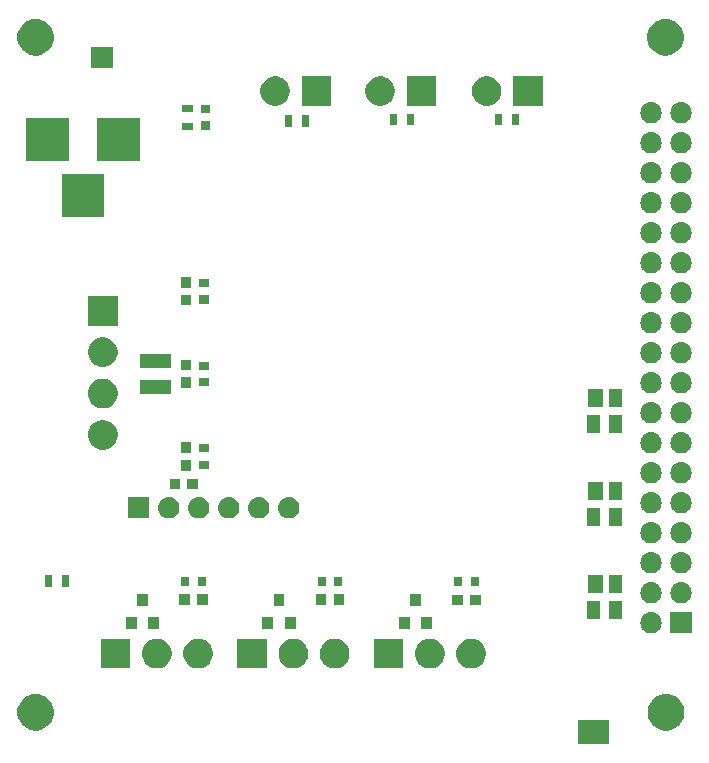
<source format=gbr>
G04 #@! TF.GenerationSoftware,KiCad,Pcbnew,(5.1.4)-1*
G04 #@! TF.CreationDate,2020-05-02T17:21:18-05:00*
G04 #@! TF.ProjectId,Audio_Optical_Trigger,41756469-6f5f-44f7-9074-6963616c5f54,rev?*
G04 #@! TF.SameCoordinates,Original*
G04 #@! TF.FileFunction,Soldermask,Bot*
G04 #@! TF.FilePolarity,Negative*
%FSLAX46Y46*%
G04 Gerber Fmt 4.6, Leading zero omitted, Abs format (unit mm)*
G04 Created by KiCad (PCBNEW (5.1.4)-1) date 2020-05-02 17:21:18*
%MOMM*%
%LPD*%
G04 APERTURE LIST*
%ADD10C,0.100000*%
G04 APERTURE END LIST*
D10*
G36*
X160655000Y-130302000D02*
G01*
X157988000Y-130302000D01*
X157988000Y-128270000D01*
X160655000Y-128270000D01*
X160655000Y-130302000D01*
X160655000Y-130302000D01*
G37*
G36*
X165776585Y-126068552D02*
G01*
X165926410Y-126098354D01*
X166208674Y-126215271D01*
X166462705Y-126385009D01*
X166678741Y-126601045D01*
X166848479Y-126855076D01*
X166965396Y-127137340D01*
X167025000Y-127436990D01*
X167025000Y-127742510D01*
X166965396Y-128042160D01*
X166848479Y-128324424D01*
X166678741Y-128578455D01*
X166462705Y-128794491D01*
X166208674Y-128964229D01*
X165926410Y-129081146D01*
X165776585Y-129110948D01*
X165626761Y-129140750D01*
X165321239Y-129140750D01*
X165171415Y-129110948D01*
X165021590Y-129081146D01*
X164739326Y-128964229D01*
X164485295Y-128794491D01*
X164269259Y-128578455D01*
X164099521Y-128324424D01*
X163982604Y-128042160D01*
X163923000Y-127742510D01*
X163923000Y-127436990D01*
X163982604Y-127137340D01*
X164099521Y-126855076D01*
X164269259Y-126601045D01*
X164485295Y-126385009D01*
X164739326Y-126215271D01*
X165021590Y-126098354D01*
X165171415Y-126068552D01*
X165321239Y-126038750D01*
X165626761Y-126038750D01*
X165776585Y-126068552D01*
X165776585Y-126068552D01*
G37*
G36*
X112426585Y-126068552D02*
G01*
X112576410Y-126098354D01*
X112858674Y-126215271D01*
X113112705Y-126385009D01*
X113328741Y-126601045D01*
X113498479Y-126855076D01*
X113615396Y-127137340D01*
X113675000Y-127436990D01*
X113675000Y-127742510D01*
X113615396Y-128042160D01*
X113498479Y-128324424D01*
X113328741Y-128578455D01*
X113112705Y-128794491D01*
X112858674Y-128964229D01*
X112576410Y-129081146D01*
X112426585Y-129110948D01*
X112276761Y-129140750D01*
X111971239Y-129140750D01*
X111821415Y-129110948D01*
X111671590Y-129081146D01*
X111389326Y-128964229D01*
X111135295Y-128794491D01*
X110919259Y-128578455D01*
X110749521Y-128324424D01*
X110632604Y-128042160D01*
X110573000Y-127742510D01*
X110573000Y-127436990D01*
X110632604Y-127137340D01*
X110749521Y-126855076D01*
X110919259Y-126601045D01*
X111135295Y-126385009D01*
X111389326Y-126215271D01*
X111671590Y-126098354D01*
X111821415Y-126068552D01*
X111971239Y-126038750D01*
X112276761Y-126038750D01*
X112426585Y-126068552D01*
X112426585Y-126068552D01*
G37*
G36*
X143237000Y-123874500D02*
G01*
X140735000Y-123874500D01*
X140735000Y-121372500D01*
X143237000Y-121372500D01*
X143237000Y-123874500D01*
X143237000Y-123874500D01*
G37*
G36*
X145850903Y-121420575D02*
G01*
X146072536Y-121512378D01*
X146078571Y-121514878D01*
X146283466Y-121651785D01*
X146457715Y-121826034D01*
X146592953Y-122028431D01*
X146594623Y-122030931D01*
X146688925Y-122258597D01*
X146737000Y-122500286D01*
X146737000Y-122746714D01*
X146688925Y-122988403D01*
X146595659Y-123213569D01*
X146594622Y-123216071D01*
X146457715Y-123420966D01*
X146283466Y-123595215D01*
X146078571Y-123732122D01*
X146078570Y-123732123D01*
X146078569Y-123732123D01*
X145850903Y-123826425D01*
X145609214Y-123874500D01*
X145362786Y-123874500D01*
X145121097Y-123826425D01*
X144893431Y-123732123D01*
X144893430Y-123732123D01*
X144893429Y-123732122D01*
X144688534Y-123595215D01*
X144514285Y-123420966D01*
X144377378Y-123216071D01*
X144376342Y-123213569D01*
X144283075Y-122988403D01*
X144235000Y-122746714D01*
X144235000Y-122500286D01*
X144283075Y-122258597D01*
X144377377Y-122030931D01*
X144379047Y-122028431D01*
X144514285Y-121826034D01*
X144688534Y-121651785D01*
X144893429Y-121514878D01*
X144899465Y-121512378D01*
X145121097Y-121420575D01*
X145362786Y-121372500D01*
X145609214Y-121372500D01*
X145850903Y-121420575D01*
X145850903Y-121420575D01*
G37*
G36*
X149350903Y-121420575D02*
G01*
X149572536Y-121512378D01*
X149578571Y-121514878D01*
X149783466Y-121651785D01*
X149957715Y-121826034D01*
X150092953Y-122028431D01*
X150094623Y-122030931D01*
X150188925Y-122258597D01*
X150237000Y-122500286D01*
X150237000Y-122746714D01*
X150188925Y-122988403D01*
X150095659Y-123213569D01*
X150094622Y-123216071D01*
X149957715Y-123420966D01*
X149783466Y-123595215D01*
X149578571Y-123732122D01*
X149578570Y-123732123D01*
X149578569Y-123732123D01*
X149350903Y-123826425D01*
X149109214Y-123874500D01*
X148862786Y-123874500D01*
X148621097Y-123826425D01*
X148393431Y-123732123D01*
X148393430Y-123732123D01*
X148393429Y-123732122D01*
X148188534Y-123595215D01*
X148014285Y-123420966D01*
X147877378Y-123216071D01*
X147876342Y-123213569D01*
X147783075Y-122988403D01*
X147735000Y-122746714D01*
X147735000Y-122500286D01*
X147783075Y-122258597D01*
X147877377Y-122030931D01*
X147879047Y-122028431D01*
X148014285Y-121826034D01*
X148188534Y-121651785D01*
X148393429Y-121514878D01*
X148399465Y-121512378D01*
X148621097Y-121420575D01*
X148862786Y-121372500D01*
X149109214Y-121372500D01*
X149350903Y-121420575D01*
X149350903Y-121420575D01*
G37*
G36*
X137793903Y-121418075D02*
G01*
X138015536Y-121509878D01*
X138021571Y-121512378D01*
X138226466Y-121649285D01*
X138400715Y-121823534D01*
X138535953Y-122025931D01*
X138537623Y-122028431D01*
X138631925Y-122256097D01*
X138680000Y-122497786D01*
X138680000Y-122744214D01*
X138631925Y-122985903D01*
X138538659Y-123211069D01*
X138537622Y-123213571D01*
X138400715Y-123418466D01*
X138226466Y-123592715D01*
X138021571Y-123729622D01*
X138021570Y-123729623D01*
X138021569Y-123729623D01*
X137793903Y-123823925D01*
X137552214Y-123872000D01*
X137305786Y-123872000D01*
X137064097Y-123823925D01*
X136836431Y-123729623D01*
X136836430Y-123729623D01*
X136836429Y-123729622D01*
X136631534Y-123592715D01*
X136457285Y-123418466D01*
X136320378Y-123213571D01*
X136319342Y-123211069D01*
X136226075Y-122985903D01*
X136178000Y-122744214D01*
X136178000Y-122497786D01*
X136226075Y-122256097D01*
X136320377Y-122028431D01*
X136322047Y-122025931D01*
X136457285Y-121823534D01*
X136631534Y-121649285D01*
X136836429Y-121512378D01*
X136842465Y-121509878D01*
X137064097Y-121418075D01*
X137305786Y-121370000D01*
X137552214Y-121370000D01*
X137793903Y-121418075D01*
X137793903Y-121418075D01*
G37*
G36*
X134293903Y-121418075D02*
G01*
X134515536Y-121509878D01*
X134521571Y-121512378D01*
X134726466Y-121649285D01*
X134900715Y-121823534D01*
X135035953Y-122025931D01*
X135037623Y-122028431D01*
X135131925Y-122256097D01*
X135180000Y-122497786D01*
X135180000Y-122744214D01*
X135131925Y-122985903D01*
X135038659Y-123211069D01*
X135037622Y-123213571D01*
X134900715Y-123418466D01*
X134726466Y-123592715D01*
X134521571Y-123729622D01*
X134521570Y-123729623D01*
X134521569Y-123729623D01*
X134293903Y-123823925D01*
X134052214Y-123872000D01*
X133805786Y-123872000D01*
X133564097Y-123823925D01*
X133336431Y-123729623D01*
X133336430Y-123729623D01*
X133336429Y-123729622D01*
X133131534Y-123592715D01*
X132957285Y-123418466D01*
X132820378Y-123213571D01*
X132819342Y-123211069D01*
X132726075Y-122985903D01*
X132678000Y-122744214D01*
X132678000Y-122497786D01*
X132726075Y-122256097D01*
X132820377Y-122028431D01*
X132822047Y-122025931D01*
X132957285Y-121823534D01*
X133131534Y-121649285D01*
X133336429Y-121512378D01*
X133342465Y-121509878D01*
X133564097Y-121418075D01*
X133805786Y-121370000D01*
X134052214Y-121370000D01*
X134293903Y-121418075D01*
X134293903Y-121418075D01*
G37*
G36*
X131680000Y-123872000D02*
G01*
X129178000Y-123872000D01*
X129178000Y-121370000D01*
X131680000Y-121370000D01*
X131680000Y-123872000D01*
X131680000Y-123872000D01*
G37*
G36*
X126236903Y-121415575D02*
G01*
X126464571Y-121509878D01*
X126669466Y-121646785D01*
X126843715Y-121821034D01*
X126847056Y-121826034D01*
X126980623Y-122025931D01*
X127074925Y-122253597D01*
X127123000Y-122495286D01*
X127123000Y-122741714D01*
X127122005Y-122746714D01*
X127074925Y-122983403D01*
X126980622Y-123211071D01*
X126843715Y-123415966D01*
X126669466Y-123590215D01*
X126464571Y-123727122D01*
X126464570Y-123727123D01*
X126464569Y-123727123D01*
X126236903Y-123821425D01*
X125995214Y-123869500D01*
X125748786Y-123869500D01*
X125507097Y-123821425D01*
X125279431Y-123727123D01*
X125279430Y-123727123D01*
X125279429Y-123727122D01*
X125074534Y-123590215D01*
X124900285Y-123415966D01*
X124763378Y-123211071D01*
X124669075Y-122983403D01*
X124621995Y-122746714D01*
X124621000Y-122741714D01*
X124621000Y-122495286D01*
X124669075Y-122253597D01*
X124763377Y-122025931D01*
X124896944Y-121826034D01*
X124900285Y-121821034D01*
X125074534Y-121646785D01*
X125279429Y-121509878D01*
X125507097Y-121415575D01*
X125748786Y-121367500D01*
X125995214Y-121367500D01*
X126236903Y-121415575D01*
X126236903Y-121415575D01*
G37*
G36*
X122736903Y-121415575D02*
G01*
X122964571Y-121509878D01*
X123169466Y-121646785D01*
X123343715Y-121821034D01*
X123347056Y-121826034D01*
X123480623Y-122025931D01*
X123574925Y-122253597D01*
X123623000Y-122495286D01*
X123623000Y-122741714D01*
X123622005Y-122746714D01*
X123574925Y-122983403D01*
X123480622Y-123211071D01*
X123343715Y-123415966D01*
X123169466Y-123590215D01*
X122964571Y-123727122D01*
X122964570Y-123727123D01*
X122964569Y-123727123D01*
X122736903Y-123821425D01*
X122495214Y-123869500D01*
X122248786Y-123869500D01*
X122007097Y-123821425D01*
X121779431Y-123727123D01*
X121779430Y-123727123D01*
X121779429Y-123727122D01*
X121574534Y-123590215D01*
X121400285Y-123415966D01*
X121263378Y-123211071D01*
X121169075Y-122983403D01*
X121121995Y-122746714D01*
X121121000Y-122741714D01*
X121121000Y-122495286D01*
X121169075Y-122253597D01*
X121263377Y-122025931D01*
X121396944Y-121826034D01*
X121400285Y-121821034D01*
X121574534Y-121646785D01*
X121779429Y-121509878D01*
X122007097Y-121415575D01*
X122248786Y-121367500D01*
X122495214Y-121367500D01*
X122736903Y-121415575D01*
X122736903Y-121415575D01*
G37*
G36*
X120123000Y-123869500D02*
G01*
X117621000Y-123869500D01*
X117621000Y-121367500D01*
X120123000Y-121367500D01*
X120123000Y-123869500D01*
X120123000Y-123869500D01*
G37*
G36*
X164321443Y-119120519D02*
G01*
X164387627Y-119127037D01*
X164557466Y-119178557D01*
X164713991Y-119262222D01*
X164749729Y-119291552D01*
X164851186Y-119374814D01*
X164934448Y-119476271D01*
X164963778Y-119512009D01*
X165047443Y-119668534D01*
X165098963Y-119838373D01*
X165116359Y-120015000D01*
X165098963Y-120191627D01*
X165047443Y-120361466D01*
X164963778Y-120517991D01*
X164934448Y-120553729D01*
X164851186Y-120655186D01*
X164749729Y-120738448D01*
X164713991Y-120767778D01*
X164557466Y-120851443D01*
X164387627Y-120902963D01*
X164321442Y-120909482D01*
X164255260Y-120916000D01*
X164166740Y-120916000D01*
X164100558Y-120909482D01*
X164034373Y-120902963D01*
X163864534Y-120851443D01*
X163708009Y-120767778D01*
X163672271Y-120738448D01*
X163570814Y-120655186D01*
X163487552Y-120553729D01*
X163458222Y-120517991D01*
X163374557Y-120361466D01*
X163323037Y-120191627D01*
X163305641Y-120015000D01*
X163323037Y-119838373D01*
X163374557Y-119668534D01*
X163458222Y-119512009D01*
X163487552Y-119476271D01*
X163570814Y-119374814D01*
X163672271Y-119291552D01*
X163708009Y-119262222D01*
X163864534Y-119178557D01*
X164034373Y-119127037D01*
X164100557Y-119120519D01*
X164166740Y-119114000D01*
X164255260Y-119114000D01*
X164321443Y-119120519D01*
X164321443Y-119120519D01*
G37*
G36*
X167652000Y-120916000D02*
G01*
X165850000Y-120916000D01*
X165850000Y-119114000D01*
X167652000Y-119114000D01*
X167652000Y-120916000D01*
X167652000Y-120916000D01*
G37*
G36*
X145673000Y-120568500D02*
G01*
X144771000Y-120568500D01*
X144771000Y-119566500D01*
X145673000Y-119566500D01*
X145673000Y-120568500D01*
X145673000Y-120568500D01*
G37*
G36*
X143773000Y-120568500D02*
G01*
X142871000Y-120568500D01*
X142871000Y-119566500D01*
X143773000Y-119566500D01*
X143773000Y-120568500D01*
X143773000Y-120568500D01*
G37*
G36*
X132216000Y-120566000D02*
G01*
X131314000Y-120566000D01*
X131314000Y-119564000D01*
X132216000Y-119564000D01*
X132216000Y-120566000D01*
X132216000Y-120566000D01*
G37*
G36*
X134116000Y-120566000D02*
G01*
X133214000Y-120566000D01*
X133214000Y-119564000D01*
X134116000Y-119564000D01*
X134116000Y-120566000D01*
X134116000Y-120566000D01*
G37*
G36*
X120659000Y-120563500D02*
G01*
X119757000Y-120563500D01*
X119757000Y-119561500D01*
X120659000Y-119561500D01*
X120659000Y-120563500D01*
X120659000Y-120563500D01*
G37*
G36*
X122559000Y-120563500D02*
G01*
X121657000Y-120563500D01*
X121657000Y-119561500D01*
X122559000Y-119561500D01*
X122559000Y-120563500D01*
X122559000Y-120563500D01*
G37*
G36*
X161775000Y-119707000D02*
G01*
X160673000Y-119707000D01*
X160673000Y-118205000D01*
X161775000Y-118205000D01*
X161775000Y-119707000D01*
X161775000Y-119707000D01*
G37*
G36*
X159875000Y-119707000D02*
G01*
X158773000Y-119707000D01*
X158773000Y-118205000D01*
X159875000Y-118205000D01*
X159875000Y-119707000D01*
X159875000Y-119707000D01*
G37*
G36*
X144723000Y-118568500D02*
G01*
X143821000Y-118568500D01*
X143821000Y-117566500D01*
X144723000Y-117566500D01*
X144723000Y-118568500D01*
X144723000Y-118568500D01*
G37*
G36*
X133166000Y-118566000D02*
G01*
X132264000Y-118566000D01*
X132264000Y-117564000D01*
X133166000Y-117564000D01*
X133166000Y-118566000D01*
X133166000Y-118566000D01*
G37*
G36*
X121609000Y-118563500D02*
G01*
X120707000Y-118563500D01*
X120707000Y-117561500D01*
X121609000Y-117561500D01*
X121609000Y-118563500D01*
X121609000Y-118563500D01*
G37*
G36*
X148291000Y-118477500D02*
G01*
X147389000Y-118477500D01*
X147389000Y-117625500D01*
X148291000Y-117625500D01*
X148291000Y-118477500D01*
X148291000Y-118477500D01*
G37*
G36*
X149791000Y-118477500D02*
G01*
X148889000Y-118477500D01*
X148889000Y-117625500D01*
X149791000Y-117625500D01*
X149791000Y-118477500D01*
X149791000Y-118477500D01*
G37*
G36*
X136734000Y-118475000D02*
G01*
X135832000Y-118475000D01*
X135832000Y-117623000D01*
X136734000Y-117623000D01*
X136734000Y-118475000D01*
X136734000Y-118475000D01*
G37*
G36*
X138234000Y-118475000D02*
G01*
X137332000Y-118475000D01*
X137332000Y-117623000D01*
X138234000Y-117623000D01*
X138234000Y-118475000D01*
X138234000Y-118475000D01*
G37*
G36*
X126677000Y-118472500D02*
G01*
X125775000Y-118472500D01*
X125775000Y-117620500D01*
X126677000Y-117620500D01*
X126677000Y-118472500D01*
X126677000Y-118472500D01*
G37*
G36*
X125177000Y-118472500D02*
G01*
X124275000Y-118472500D01*
X124275000Y-117620500D01*
X125177000Y-117620500D01*
X125177000Y-118472500D01*
X125177000Y-118472500D01*
G37*
G36*
X166861443Y-116580519D02*
G01*
X166927627Y-116587037D01*
X167097466Y-116638557D01*
X167253991Y-116722222D01*
X167289729Y-116751552D01*
X167391186Y-116834814D01*
X167466019Y-116926000D01*
X167503778Y-116972009D01*
X167587443Y-117128534D01*
X167638963Y-117298373D01*
X167656359Y-117475000D01*
X167638963Y-117651627D01*
X167587443Y-117821466D01*
X167503778Y-117977991D01*
X167474448Y-118013729D01*
X167391186Y-118115186D01*
X167289729Y-118198448D01*
X167253991Y-118227778D01*
X167097466Y-118311443D01*
X166927627Y-118362963D01*
X166861442Y-118369482D01*
X166795260Y-118376000D01*
X166706740Y-118376000D01*
X166640558Y-118369482D01*
X166574373Y-118362963D01*
X166404534Y-118311443D01*
X166248009Y-118227778D01*
X166212271Y-118198448D01*
X166110814Y-118115186D01*
X166027552Y-118013729D01*
X165998222Y-117977991D01*
X165914557Y-117821466D01*
X165863037Y-117651627D01*
X165845641Y-117475000D01*
X165863037Y-117298373D01*
X165914557Y-117128534D01*
X165998222Y-116972009D01*
X166035981Y-116926000D01*
X166110814Y-116834814D01*
X166212271Y-116751552D01*
X166248009Y-116722222D01*
X166404534Y-116638557D01*
X166574373Y-116587037D01*
X166640557Y-116580519D01*
X166706740Y-116574000D01*
X166795260Y-116574000D01*
X166861443Y-116580519D01*
X166861443Y-116580519D01*
G37*
G36*
X164321443Y-116580519D02*
G01*
X164387627Y-116587037D01*
X164557466Y-116638557D01*
X164713991Y-116722222D01*
X164749729Y-116751552D01*
X164851186Y-116834814D01*
X164926019Y-116926000D01*
X164963778Y-116972009D01*
X165047443Y-117128534D01*
X165098963Y-117298373D01*
X165116359Y-117475000D01*
X165098963Y-117651627D01*
X165047443Y-117821466D01*
X164963778Y-117977991D01*
X164934448Y-118013729D01*
X164851186Y-118115186D01*
X164749729Y-118198448D01*
X164713991Y-118227778D01*
X164557466Y-118311443D01*
X164387627Y-118362963D01*
X164321442Y-118369482D01*
X164255260Y-118376000D01*
X164166740Y-118376000D01*
X164100558Y-118369482D01*
X164034373Y-118362963D01*
X163864534Y-118311443D01*
X163708009Y-118227778D01*
X163672271Y-118198448D01*
X163570814Y-118115186D01*
X163487552Y-118013729D01*
X163458222Y-117977991D01*
X163374557Y-117821466D01*
X163323037Y-117651627D01*
X163305641Y-117475000D01*
X163323037Y-117298373D01*
X163374557Y-117128534D01*
X163458222Y-116972009D01*
X163495981Y-116926000D01*
X163570814Y-116834814D01*
X163672271Y-116751552D01*
X163708009Y-116722222D01*
X163864534Y-116638557D01*
X164034373Y-116587037D01*
X164100557Y-116580519D01*
X164166740Y-116574000D01*
X164255260Y-116574000D01*
X164321443Y-116580519D01*
X164321443Y-116580519D01*
G37*
G36*
X161775000Y-117507000D02*
G01*
X160673000Y-117507000D01*
X160673000Y-116005000D01*
X161775000Y-116005000D01*
X161775000Y-117507000D01*
X161775000Y-117507000D01*
G37*
G36*
X160155000Y-117507000D02*
G01*
X158853000Y-117507000D01*
X158853000Y-116005000D01*
X160155000Y-116005000D01*
X160155000Y-117507000D01*
X160155000Y-117507000D01*
G37*
G36*
X113470000Y-116960000D02*
G01*
X112868000Y-116960000D01*
X112868000Y-115958000D01*
X113470000Y-115958000D01*
X113470000Y-116960000D01*
X113470000Y-116960000D01*
G37*
G36*
X114970000Y-116960000D02*
G01*
X114368000Y-116960000D01*
X114368000Y-115958000D01*
X114970000Y-115958000D01*
X114970000Y-116960000D01*
X114970000Y-116960000D01*
G37*
G36*
X149641000Y-116928500D02*
G01*
X148939000Y-116928500D01*
X148939000Y-116126500D01*
X149641000Y-116126500D01*
X149641000Y-116928500D01*
X149641000Y-116928500D01*
G37*
G36*
X148241000Y-116928500D02*
G01*
X147539000Y-116928500D01*
X147539000Y-116126500D01*
X148241000Y-116126500D01*
X148241000Y-116928500D01*
X148241000Y-116928500D01*
G37*
G36*
X138084000Y-116926000D02*
G01*
X137382000Y-116926000D01*
X137382000Y-116124000D01*
X138084000Y-116124000D01*
X138084000Y-116926000D01*
X138084000Y-116926000D01*
G37*
G36*
X136684000Y-116926000D02*
G01*
X135982000Y-116926000D01*
X135982000Y-116124000D01*
X136684000Y-116124000D01*
X136684000Y-116926000D01*
X136684000Y-116926000D01*
G37*
G36*
X126527000Y-116923500D02*
G01*
X125825000Y-116923500D01*
X125825000Y-116121500D01*
X126527000Y-116121500D01*
X126527000Y-116923500D01*
X126527000Y-116923500D01*
G37*
G36*
X125127000Y-116923500D02*
G01*
X124425000Y-116923500D01*
X124425000Y-116121500D01*
X125127000Y-116121500D01*
X125127000Y-116923500D01*
X125127000Y-116923500D01*
G37*
G36*
X166861442Y-114040518D02*
G01*
X166927627Y-114047037D01*
X167097466Y-114098557D01*
X167253991Y-114182222D01*
X167289729Y-114211552D01*
X167391186Y-114294814D01*
X167474448Y-114396271D01*
X167503778Y-114432009D01*
X167587443Y-114588534D01*
X167638963Y-114758373D01*
X167656359Y-114935000D01*
X167638963Y-115111627D01*
X167587443Y-115281466D01*
X167503778Y-115437991D01*
X167474448Y-115473729D01*
X167391186Y-115575186D01*
X167289729Y-115658448D01*
X167253991Y-115687778D01*
X167097466Y-115771443D01*
X166927627Y-115822963D01*
X166861443Y-115829481D01*
X166795260Y-115836000D01*
X166706740Y-115836000D01*
X166640557Y-115829481D01*
X166574373Y-115822963D01*
X166404534Y-115771443D01*
X166248009Y-115687778D01*
X166212271Y-115658448D01*
X166110814Y-115575186D01*
X166027552Y-115473729D01*
X165998222Y-115437991D01*
X165914557Y-115281466D01*
X165863037Y-115111627D01*
X165845641Y-114935000D01*
X165863037Y-114758373D01*
X165914557Y-114588534D01*
X165998222Y-114432009D01*
X166027552Y-114396271D01*
X166110814Y-114294814D01*
X166212271Y-114211552D01*
X166248009Y-114182222D01*
X166404534Y-114098557D01*
X166574373Y-114047037D01*
X166640558Y-114040518D01*
X166706740Y-114034000D01*
X166795260Y-114034000D01*
X166861442Y-114040518D01*
X166861442Y-114040518D01*
G37*
G36*
X164321442Y-114040518D02*
G01*
X164387627Y-114047037D01*
X164557466Y-114098557D01*
X164713991Y-114182222D01*
X164749729Y-114211552D01*
X164851186Y-114294814D01*
X164934448Y-114396271D01*
X164963778Y-114432009D01*
X165047443Y-114588534D01*
X165098963Y-114758373D01*
X165116359Y-114935000D01*
X165098963Y-115111627D01*
X165047443Y-115281466D01*
X164963778Y-115437991D01*
X164934448Y-115473729D01*
X164851186Y-115575186D01*
X164749729Y-115658448D01*
X164713991Y-115687778D01*
X164557466Y-115771443D01*
X164387627Y-115822963D01*
X164321443Y-115829481D01*
X164255260Y-115836000D01*
X164166740Y-115836000D01*
X164100557Y-115829481D01*
X164034373Y-115822963D01*
X163864534Y-115771443D01*
X163708009Y-115687778D01*
X163672271Y-115658448D01*
X163570814Y-115575186D01*
X163487552Y-115473729D01*
X163458222Y-115437991D01*
X163374557Y-115281466D01*
X163323037Y-115111627D01*
X163305641Y-114935000D01*
X163323037Y-114758373D01*
X163374557Y-114588534D01*
X163458222Y-114432009D01*
X163487552Y-114396271D01*
X163570814Y-114294814D01*
X163672271Y-114211552D01*
X163708009Y-114182222D01*
X163864534Y-114098557D01*
X164034373Y-114047037D01*
X164100558Y-114040518D01*
X164166740Y-114034000D01*
X164255260Y-114034000D01*
X164321442Y-114040518D01*
X164321442Y-114040518D01*
G37*
G36*
X164321443Y-111500519D02*
G01*
X164387627Y-111507037D01*
X164557466Y-111558557D01*
X164713991Y-111642222D01*
X164749729Y-111671552D01*
X164851186Y-111754814D01*
X164934448Y-111856271D01*
X164963778Y-111892009D01*
X165047443Y-112048534D01*
X165098963Y-112218373D01*
X165116359Y-112395000D01*
X165098963Y-112571627D01*
X165047443Y-112741466D01*
X164963778Y-112897991D01*
X164934448Y-112933729D01*
X164851186Y-113035186D01*
X164749729Y-113118448D01*
X164713991Y-113147778D01*
X164557466Y-113231443D01*
X164387627Y-113282963D01*
X164321443Y-113289481D01*
X164255260Y-113296000D01*
X164166740Y-113296000D01*
X164100557Y-113289481D01*
X164034373Y-113282963D01*
X163864534Y-113231443D01*
X163708009Y-113147778D01*
X163672271Y-113118448D01*
X163570814Y-113035186D01*
X163487552Y-112933729D01*
X163458222Y-112897991D01*
X163374557Y-112741466D01*
X163323037Y-112571627D01*
X163305641Y-112395000D01*
X163323037Y-112218373D01*
X163374557Y-112048534D01*
X163458222Y-111892009D01*
X163487552Y-111856271D01*
X163570814Y-111754814D01*
X163672271Y-111671552D01*
X163708009Y-111642222D01*
X163864534Y-111558557D01*
X164034373Y-111507037D01*
X164100557Y-111500519D01*
X164166740Y-111494000D01*
X164255260Y-111494000D01*
X164321443Y-111500519D01*
X164321443Y-111500519D01*
G37*
G36*
X166861443Y-111500519D02*
G01*
X166927627Y-111507037D01*
X167097466Y-111558557D01*
X167253991Y-111642222D01*
X167289729Y-111671552D01*
X167391186Y-111754814D01*
X167474448Y-111856271D01*
X167503778Y-111892009D01*
X167587443Y-112048534D01*
X167638963Y-112218373D01*
X167656359Y-112395000D01*
X167638963Y-112571627D01*
X167587443Y-112741466D01*
X167503778Y-112897991D01*
X167474448Y-112933729D01*
X167391186Y-113035186D01*
X167289729Y-113118448D01*
X167253991Y-113147778D01*
X167097466Y-113231443D01*
X166927627Y-113282963D01*
X166861443Y-113289481D01*
X166795260Y-113296000D01*
X166706740Y-113296000D01*
X166640557Y-113289481D01*
X166574373Y-113282963D01*
X166404534Y-113231443D01*
X166248009Y-113147778D01*
X166212271Y-113118448D01*
X166110814Y-113035186D01*
X166027552Y-112933729D01*
X165998222Y-112897991D01*
X165914557Y-112741466D01*
X165863037Y-112571627D01*
X165845641Y-112395000D01*
X165863037Y-112218373D01*
X165914557Y-112048534D01*
X165998222Y-111892009D01*
X166027552Y-111856271D01*
X166110814Y-111754814D01*
X166212271Y-111671552D01*
X166248009Y-111642222D01*
X166404534Y-111558557D01*
X166574373Y-111507037D01*
X166640557Y-111500519D01*
X166706740Y-111494000D01*
X166795260Y-111494000D01*
X166861443Y-111500519D01*
X166861443Y-111500519D01*
G37*
G36*
X161775000Y-111833000D02*
G01*
X160673000Y-111833000D01*
X160673000Y-110331000D01*
X161775000Y-110331000D01*
X161775000Y-111833000D01*
X161775000Y-111833000D01*
G37*
G36*
X159875000Y-111833000D02*
G01*
X158773000Y-111833000D01*
X158773000Y-110331000D01*
X159875000Y-110331000D01*
X159875000Y-111833000D01*
X159875000Y-111833000D01*
G37*
G36*
X121740500Y-111183000D02*
G01*
X119938500Y-111183000D01*
X119938500Y-109381000D01*
X121740500Y-109381000D01*
X121740500Y-111183000D01*
X121740500Y-111183000D01*
G37*
G36*
X133649943Y-109387519D02*
G01*
X133716127Y-109394037D01*
X133885966Y-109445557D01*
X134042491Y-109529222D01*
X134078229Y-109558552D01*
X134179686Y-109641814D01*
X134262948Y-109743271D01*
X134292278Y-109779009D01*
X134375943Y-109935534D01*
X134427463Y-110105373D01*
X134444859Y-110282000D01*
X134427463Y-110458627D01*
X134375943Y-110628466D01*
X134292278Y-110784991D01*
X134262948Y-110820729D01*
X134179686Y-110922186D01*
X134078229Y-111005448D01*
X134042491Y-111034778D01*
X133885966Y-111118443D01*
X133716127Y-111169963D01*
X133649942Y-111176482D01*
X133583760Y-111183000D01*
X133495240Y-111183000D01*
X133429058Y-111176482D01*
X133362873Y-111169963D01*
X133193034Y-111118443D01*
X133036509Y-111034778D01*
X133000771Y-111005448D01*
X132899314Y-110922186D01*
X132816052Y-110820729D01*
X132786722Y-110784991D01*
X132703057Y-110628466D01*
X132651537Y-110458627D01*
X132634141Y-110282000D01*
X132651537Y-110105373D01*
X132703057Y-109935534D01*
X132786722Y-109779009D01*
X132816052Y-109743271D01*
X132899314Y-109641814D01*
X133000771Y-109558552D01*
X133036509Y-109529222D01*
X133193034Y-109445557D01*
X133362873Y-109394037D01*
X133429057Y-109387519D01*
X133495240Y-109381000D01*
X133583760Y-109381000D01*
X133649943Y-109387519D01*
X133649943Y-109387519D01*
G37*
G36*
X123489943Y-109387519D02*
G01*
X123556127Y-109394037D01*
X123725966Y-109445557D01*
X123882491Y-109529222D01*
X123918229Y-109558552D01*
X124019686Y-109641814D01*
X124102948Y-109743271D01*
X124132278Y-109779009D01*
X124215943Y-109935534D01*
X124267463Y-110105373D01*
X124284859Y-110282000D01*
X124267463Y-110458627D01*
X124215943Y-110628466D01*
X124132278Y-110784991D01*
X124102948Y-110820729D01*
X124019686Y-110922186D01*
X123918229Y-111005448D01*
X123882491Y-111034778D01*
X123725966Y-111118443D01*
X123556127Y-111169963D01*
X123489942Y-111176482D01*
X123423760Y-111183000D01*
X123335240Y-111183000D01*
X123269058Y-111176482D01*
X123202873Y-111169963D01*
X123033034Y-111118443D01*
X122876509Y-111034778D01*
X122840771Y-111005448D01*
X122739314Y-110922186D01*
X122656052Y-110820729D01*
X122626722Y-110784991D01*
X122543057Y-110628466D01*
X122491537Y-110458627D01*
X122474141Y-110282000D01*
X122491537Y-110105373D01*
X122543057Y-109935534D01*
X122626722Y-109779009D01*
X122656052Y-109743271D01*
X122739314Y-109641814D01*
X122840771Y-109558552D01*
X122876509Y-109529222D01*
X123033034Y-109445557D01*
X123202873Y-109394037D01*
X123269057Y-109387519D01*
X123335240Y-109381000D01*
X123423760Y-109381000D01*
X123489943Y-109387519D01*
X123489943Y-109387519D01*
G37*
G36*
X126029943Y-109387519D02*
G01*
X126096127Y-109394037D01*
X126265966Y-109445557D01*
X126422491Y-109529222D01*
X126458229Y-109558552D01*
X126559686Y-109641814D01*
X126642948Y-109743271D01*
X126672278Y-109779009D01*
X126755943Y-109935534D01*
X126807463Y-110105373D01*
X126824859Y-110282000D01*
X126807463Y-110458627D01*
X126755943Y-110628466D01*
X126672278Y-110784991D01*
X126642948Y-110820729D01*
X126559686Y-110922186D01*
X126458229Y-111005448D01*
X126422491Y-111034778D01*
X126265966Y-111118443D01*
X126096127Y-111169963D01*
X126029942Y-111176482D01*
X125963760Y-111183000D01*
X125875240Y-111183000D01*
X125809058Y-111176482D01*
X125742873Y-111169963D01*
X125573034Y-111118443D01*
X125416509Y-111034778D01*
X125380771Y-111005448D01*
X125279314Y-110922186D01*
X125196052Y-110820729D01*
X125166722Y-110784991D01*
X125083057Y-110628466D01*
X125031537Y-110458627D01*
X125014141Y-110282000D01*
X125031537Y-110105373D01*
X125083057Y-109935534D01*
X125166722Y-109779009D01*
X125196052Y-109743271D01*
X125279314Y-109641814D01*
X125380771Y-109558552D01*
X125416509Y-109529222D01*
X125573034Y-109445557D01*
X125742873Y-109394037D01*
X125809057Y-109387519D01*
X125875240Y-109381000D01*
X125963760Y-109381000D01*
X126029943Y-109387519D01*
X126029943Y-109387519D01*
G37*
G36*
X131109943Y-109387519D02*
G01*
X131176127Y-109394037D01*
X131345966Y-109445557D01*
X131502491Y-109529222D01*
X131538229Y-109558552D01*
X131639686Y-109641814D01*
X131722948Y-109743271D01*
X131752278Y-109779009D01*
X131835943Y-109935534D01*
X131887463Y-110105373D01*
X131904859Y-110282000D01*
X131887463Y-110458627D01*
X131835943Y-110628466D01*
X131752278Y-110784991D01*
X131722948Y-110820729D01*
X131639686Y-110922186D01*
X131538229Y-111005448D01*
X131502491Y-111034778D01*
X131345966Y-111118443D01*
X131176127Y-111169963D01*
X131109942Y-111176482D01*
X131043760Y-111183000D01*
X130955240Y-111183000D01*
X130889058Y-111176482D01*
X130822873Y-111169963D01*
X130653034Y-111118443D01*
X130496509Y-111034778D01*
X130460771Y-111005448D01*
X130359314Y-110922186D01*
X130276052Y-110820729D01*
X130246722Y-110784991D01*
X130163057Y-110628466D01*
X130111537Y-110458627D01*
X130094141Y-110282000D01*
X130111537Y-110105373D01*
X130163057Y-109935534D01*
X130246722Y-109779009D01*
X130276052Y-109743271D01*
X130359314Y-109641814D01*
X130460771Y-109558552D01*
X130496509Y-109529222D01*
X130653034Y-109445557D01*
X130822873Y-109394037D01*
X130889057Y-109387519D01*
X130955240Y-109381000D01*
X131043760Y-109381000D01*
X131109943Y-109387519D01*
X131109943Y-109387519D01*
G37*
G36*
X128569943Y-109387519D02*
G01*
X128636127Y-109394037D01*
X128805966Y-109445557D01*
X128962491Y-109529222D01*
X128998229Y-109558552D01*
X129099686Y-109641814D01*
X129182948Y-109743271D01*
X129212278Y-109779009D01*
X129295943Y-109935534D01*
X129347463Y-110105373D01*
X129364859Y-110282000D01*
X129347463Y-110458627D01*
X129295943Y-110628466D01*
X129212278Y-110784991D01*
X129182948Y-110820729D01*
X129099686Y-110922186D01*
X128998229Y-111005448D01*
X128962491Y-111034778D01*
X128805966Y-111118443D01*
X128636127Y-111169963D01*
X128569942Y-111176482D01*
X128503760Y-111183000D01*
X128415240Y-111183000D01*
X128349058Y-111176482D01*
X128282873Y-111169963D01*
X128113034Y-111118443D01*
X127956509Y-111034778D01*
X127920771Y-111005448D01*
X127819314Y-110922186D01*
X127736052Y-110820729D01*
X127706722Y-110784991D01*
X127623057Y-110628466D01*
X127571537Y-110458627D01*
X127554141Y-110282000D01*
X127571537Y-110105373D01*
X127623057Y-109935534D01*
X127706722Y-109779009D01*
X127736052Y-109743271D01*
X127819314Y-109641814D01*
X127920771Y-109558552D01*
X127956509Y-109529222D01*
X128113034Y-109445557D01*
X128282873Y-109394037D01*
X128349057Y-109387519D01*
X128415240Y-109381000D01*
X128503760Y-109381000D01*
X128569943Y-109387519D01*
X128569943Y-109387519D01*
G37*
G36*
X164321443Y-108960519D02*
G01*
X164387627Y-108967037D01*
X164557466Y-109018557D01*
X164713991Y-109102222D01*
X164749729Y-109131552D01*
X164851186Y-109214814D01*
X164934448Y-109316271D01*
X164963778Y-109352009D01*
X165047443Y-109508534D01*
X165098963Y-109678373D01*
X165116359Y-109855000D01*
X165098963Y-110031627D01*
X165047443Y-110201466D01*
X164963778Y-110357991D01*
X164934448Y-110393729D01*
X164851186Y-110495186D01*
X164749729Y-110578448D01*
X164713991Y-110607778D01*
X164557466Y-110691443D01*
X164387627Y-110742963D01*
X164321442Y-110749482D01*
X164255260Y-110756000D01*
X164166740Y-110756000D01*
X164100558Y-110749482D01*
X164034373Y-110742963D01*
X163864534Y-110691443D01*
X163708009Y-110607778D01*
X163672271Y-110578448D01*
X163570814Y-110495186D01*
X163487552Y-110393729D01*
X163458222Y-110357991D01*
X163374557Y-110201466D01*
X163323037Y-110031627D01*
X163305641Y-109855000D01*
X163323037Y-109678373D01*
X163374557Y-109508534D01*
X163458222Y-109352009D01*
X163487552Y-109316271D01*
X163570814Y-109214814D01*
X163672271Y-109131552D01*
X163708009Y-109102222D01*
X163864534Y-109018557D01*
X164034373Y-108967037D01*
X164100557Y-108960519D01*
X164166740Y-108954000D01*
X164255260Y-108954000D01*
X164321443Y-108960519D01*
X164321443Y-108960519D01*
G37*
G36*
X166861443Y-108960519D02*
G01*
X166927627Y-108967037D01*
X167097466Y-109018557D01*
X167253991Y-109102222D01*
X167289729Y-109131552D01*
X167391186Y-109214814D01*
X167474448Y-109316271D01*
X167503778Y-109352009D01*
X167587443Y-109508534D01*
X167638963Y-109678373D01*
X167656359Y-109855000D01*
X167638963Y-110031627D01*
X167587443Y-110201466D01*
X167503778Y-110357991D01*
X167474448Y-110393729D01*
X167391186Y-110495186D01*
X167289729Y-110578448D01*
X167253991Y-110607778D01*
X167097466Y-110691443D01*
X166927627Y-110742963D01*
X166861442Y-110749482D01*
X166795260Y-110756000D01*
X166706740Y-110756000D01*
X166640558Y-110749482D01*
X166574373Y-110742963D01*
X166404534Y-110691443D01*
X166248009Y-110607778D01*
X166212271Y-110578448D01*
X166110814Y-110495186D01*
X166027552Y-110393729D01*
X165998222Y-110357991D01*
X165914557Y-110201466D01*
X165863037Y-110031627D01*
X165845641Y-109855000D01*
X165863037Y-109678373D01*
X165914557Y-109508534D01*
X165998222Y-109352009D01*
X166027552Y-109316271D01*
X166110814Y-109214814D01*
X166212271Y-109131552D01*
X166248009Y-109102222D01*
X166404534Y-109018557D01*
X166574373Y-108967037D01*
X166640557Y-108960519D01*
X166706740Y-108954000D01*
X166795260Y-108954000D01*
X166861443Y-108960519D01*
X166861443Y-108960519D01*
G37*
G36*
X161775000Y-109633000D02*
G01*
X160673000Y-109633000D01*
X160673000Y-108131000D01*
X161775000Y-108131000D01*
X161775000Y-109633000D01*
X161775000Y-109633000D01*
G37*
G36*
X160155000Y-109633000D02*
G01*
X158853000Y-109633000D01*
X158853000Y-108131000D01*
X160155000Y-108131000D01*
X160155000Y-109633000D01*
X160155000Y-109633000D01*
G37*
G36*
X125851500Y-108693500D02*
G01*
X124949500Y-108693500D01*
X124949500Y-107841500D01*
X125851500Y-107841500D01*
X125851500Y-108693500D01*
X125851500Y-108693500D01*
G37*
G36*
X124351500Y-108693500D02*
G01*
X123449500Y-108693500D01*
X123449500Y-107841500D01*
X124351500Y-107841500D01*
X124351500Y-108693500D01*
X124351500Y-108693500D01*
G37*
G36*
X166861443Y-106420519D02*
G01*
X166927627Y-106427037D01*
X167097466Y-106478557D01*
X167253991Y-106562222D01*
X167289729Y-106591552D01*
X167391186Y-106674814D01*
X167474448Y-106776271D01*
X167503778Y-106812009D01*
X167587443Y-106968534D01*
X167638963Y-107138373D01*
X167656359Y-107315000D01*
X167638963Y-107491627D01*
X167587443Y-107661466D01*
X167503778Y-107817991D01*
X167474448Y-107853729D01*
X167391186Y-107955186D01*
X167289729Y-108038448D01*
X167253991Y-108067778D01*
X167097466Y-108151443D01*
X166927627Y-108202963D01*
X166861443Y-108209481D01*
X166795260Y-108216000D01*
X166706740Y-108216000D01*
X166640557Y-108209481D01*
X166574373Y-108202963D01*
X166404534Y-108151443D01*
X166248009Y-108067778D01*
X166212271Y-108038448D01*
X166110814Y-107955186D01*
X166027552Y-107853729D01*
X165998222Y-107817991D01*
X165914557Y-107661466D01*
X165863037Y-107491627D01*
X165845641Y-107315000D01*
X165863037Y-107138373D01*
X165914557Y-106968534D01*
X165998222Y-106812009D01*
X166027552Y-106776271D01*
X166110814Y-106674814D01*
X166212271Y-106591552D01*
X166248009Y-106562222D01*
X166404534Y-106478557D01*
X166574373Y-106427037D01*
X166640557Y-106420519D01*
X166706740Y-106414000D01*
X166795260Y-106414000D01*
X166861443Y-106420519D01*
X166861443Y-106420519D01*
G37*
G36*
X164321443Y-106420519D02*
G01*
X164387627Y-106427037D01*
X164557466Y-106478557D01*
X164713991Y-106562222D01*
X164749729Y-106591552D01*
X164851186Y-106674814D01*
X164934448Y-106776271D01*
X164963778Y-106812009D01*
X165047443Y-106968534D01*
X165098963Y-107138373D01*
X165116359Y-107315000D01*
X165098963Y-107491627D01*
X165047443Y-107661466D01*
X164963778Y-107817991D01*
X164934448Y-107853729D01*
X164851186Y-107955186D01*
X164749729Y-108038448D01*
X164713991Y-108067778D01*
X164557466Y-108151443D01*
X164387627Y-108202963D01*
X164321443Y-108209481D01*
X164255260Y-108216000D01*
X164166740Y-108216000D01*
X164100557Y-108209481D01*
X164034373Y-108202963D01*
X163864534Y-108151443D01*
X163708009Y-108067778D01*
X163672271Y-108038448D01*
X163570814Y-107955186D01*
X163487552Y-107853729D01*
X163458222Y-107817991D01*
X163374557Y-107661466D01*
X163323037Y-107491627D01*
X163305641Y-107315000D01*
X163323037Y-107138373D01*
X163374557Y-106968534D01*
X163458222Y-106812009D01*
X163487552Y-106776271D01*
X163570814Y-106674814D01*
X163672271Y-106591552D01*
X163708009Y-106562222D01*
X163864534Y-106478557D01*
X164034373Y-106427037D01*
X164100557Y-106420519D01*
X164166740Y-106414000D01*
X164255260Y-106414000D01*
X164321443Y-106420519D01*
X164321443Y-106420519D01*
G37*
G36*
X125267000Y-107149000D02*
G01*
X124415000Y-107149000D01*
X124415000Y-106247000D01*
X125267000Y-106247000D01*
X125267000Y-107149000D01*
X125267000Y-107149000D01*
G37*
G36*
X126766000Y-106999000D02*
G01*
X125964000Y-106999000D01*
X125964000Y-106297000D01*
X126766000Y-106297000D01*
X126766000Y-106999000D01*
X126766000Y-106999000D01*
G37*
G36*
X164321443Y-103880519D02*
G01*
X164387627Y-103887037D01*
X164557466Y-103938557D01*
X164713991Y-104022222D01*
X164749729Y-104051552D01*
X164851186Y-104134814D01*
X164922911Y-104222213D01*
X164963778Y-104272009D01*
X165047443Y-104428534D01*
X165098963Y-104598373D01*
X165116359Y-104775000D01*
X165098963Y-104951627D01*
X165047443Y-105121466D01*
X164963778Y-105277991D01*
X164944136Y-105301925D01*
X164851186Y-105415186D01*
X164749729Y-105498448D01*
X164713991Y-105527778D01*
X164557466Y-105611443D01*
X164387627Y-105662963D01*
X164321443Y-105669481D01*
X164255260Y-105676000D01*
X164166740Y-105676000D01*
X164100557Y-105669481D01*
X164034373Y-105662963D01*
X163864534Y-105611443D01*
X163708009Y-105527778D01*
X163672271Y-105498448D01*
X163570814Y-105415186D01*
X163477864Y-105301925D01*
X163458222Y-105277991D01*
X163374557Y-105121466D01*
X163323037Y-104951627D01*
X163305641Y-104775000D01*
X163323037Y-104598373D01*
X163374557Y-104428534D01*
X163458222Y-104272009D01*
X163499089Y-104222213D01*
X163570814Y-104134814D01*
X163672271Y-104051552D01*
X163708009Y-104022222D01*
X163864534Y-103938557D01*
X164034373Y-103887037D01*
X164100557Y-103880519D01*
X164166740Y-103874000D01*
X164255260Y-103874000D01*
X164321443Y-103880519D01*
X164321443Y-103880519D01*
G37*
G36*
X166861443Y-103880519D02*
G01*
X166927627Y-103887037D01*
X167097466Y-103938557D01*
X167253991Y-104022222D01*
X167289729Y-104051552D01*
X167391186Y-104134814D01*
X167462911Y-104222213D01*
X167503778Y-104272009D01*
X167587443Y-104428534D01*
X167638963Y-104598373D01*
X167656359Y-104775000D01*
X167638963Y-104951627D01*
X167587443Y-105121466D01*
X167503778Y-105277991D01*
X167484136Y-105301925D01*
X167391186Y-105415186D01*
X167289729Y-105498448D01*
X167253991Y-105527778D01*
X167097466Y-105611443D01*
X166927627Y-105662963D01*
X166861443Y-105669481D01*
X166795260Y-105676000D01*
X166706740Y-105676000D01*
X166640557Y-105669481D01*
X166574373Y-105662963D01*
X166404534Y-105611443D01*
X166248009Y-105527778D01*
X166212271Y-105498448D01*
X166110814Y-105415186D01*
X166017864Y-105301925D01*
X165998222Y-105277991D01*
X165914557Y-105121466D01*
X165863037Y-104951627D01*
X165845641Y-104775000D01*
X165863037Y-104598373D01*
X165914557Y-104428534D01*
X165998222Y-104272009D01*
X166039089Y-104222213D01*
X166110814Y-104134814D01*
X166212271Y-104051552D01*
X166248009Y-104022222D01*
X166404534Y-103938557D01*
X166574373Y-103887037D01*
X166640557Y-103880519D01*
X166706740Y-103874000D01*
X166795260Y-103874000D01*
X166861443Y-103880519D01*
X166861443Y-103880519D01*
G37*
G36*
X125267000Y-105649000D02*
G01*
X124415000Y-105649000D01*
X124415000Y-104747000D01*
X125267000Y-104747000D01*
X125267000Y-105649000D01*
X125267000Y-105649000D01*
G37*
G36*
X126766000Y-105599000D02*
G01*
X125964000Y-105599000D01*
X125964000Y-104897000D01*
X126766000Y-104897000D01*
X126766000Y-105599000D01*
X126766000Y-105599000D01*
G37*
G36*
X118157403Y-102896075D02*
G01*
X118378797Y-102987779D01*
X118385071Y-102990378D01*
X118589966Y-103127285D01*
X118764215Y-103301534D01*
X118901122Y-103506429D01*
X118995425Y-103734097D01*
X119043500Y-103975787D01*
X119043500Y-104222213D01*
X118995425Y-104463903D01*
X118901122Y-104691571D01*
X118764215Y-104896466D01*
X118589966Y-105070715D01*
X118385071Y-105207622D01*
X118385070Y-105207623D01*
X118385069Y-105207623D01*
X118157403Y-105301925D01*
X117915714Y-105350000D01*
X117669286Y-105350000D01*
X117427597Y-105301925D01*
X117199931Y-105207623D01*
X117199930Y-105207623D01*
X117199929Y-105207622D01*
X116995034Y-105070715D01*
X116820785Y-104896466D01*
X116683878Y-104691571D01*
X116589575Y-104463903D01*
X116541500Y-104222213D01*
X116541500Y-103975787D01*
X116589575Y-103734097D01*
X116683878Y-103506429D01*
X116820785Y-103301534D01*
X116995034Y-103127285D01*
X117199929Y-102990378D01*
X117206204Y-102987779D01*
X117427597Y-102896075D01*
X117669286Y-102848000D01*
X117915714Y-102848000D01*
X118157403Y-102896075D01*
X118157403Y-102896075D01*
G37*
G36*
X161775000Y-103959000D02*
G01*
X160673000Y-103959000D01*
X160673000Y-102457000D01*
X161775000Y-102457000D01*
X161775000Y-103959000D01*
X161775000Y-103959000D01*
G37*
G36*
X159875000Y-103959000D02*
G01*
X158773000Y-103959000D01*
X158773000Y-102457000D01*
X159875000Y-102457000D01*
X159875000Y-103959000D01*
X159875000Y-103959000D01*
G37*
G36*
X166861442Y-101340518D02*
G01*
X166927627Y-101347037D01*
X167097466Y-101398557D01*
X167253991Y-101482222D01*
X167289729Y-101511552D01*
X167391186Y-101594814D01*
X167474448Y-101696271D01*
X167503778Y-101732009D01*
X167587443Y-101888534D01*
X167638963Y-102058373D01*
X167656359Y-102235000D01*
X167638963Y-102411627D01*
X167587443Y-102581466D01*
X167503778Y-102737991D01*
X167474448Y-102773729D01*
X167391186Y-102875186D01*
X167289729Y-102958448D01*
X167253991Y-102987778D01*
X167097466Y-103071443D01*
X166927627Y-103122963D01*
X166883754Y-103127284D01*
X166795260Y-103136000D01*
X166706740Y-103136000D01*
X166618246Y-103127284D01*
X166574373Y-103122963D01*
X166404534Y-103071443D01*
X166248009Y-102987778D01*
X166212271Y-102958448D01*
X166110814Y-102875186D01*
X166027552Y-102773729D01*
X165998222Y-102737991D01*
X165914557Y-102581466D01*
X165863037Y-102411627D01*
X165845641Y-102235000D01*
X165863037Y-102058373D01*
X165914557Y-101888534D01*
X165998222Y-101732009D01*
X166027552Y-101696271D01*
X166110814Y-101594814D01*
X166212271Y-101511552D01*
X166248009Y-101482222D01*
X166404534Y-101398557D01*
X166574373Y-101347037D01*
X166640558Y-101340518D01*
X166706740Y-101334000D01*
X166795260Y-101334000D01*
X166861442Y-101340518D01*
X166861442Y-101340518D01*
G37*
G36*
X164321442Y-101340518D02*
G01*
X164387627Y-101347037D01*
X164557466Y-101398557D01*
X164713991Y-101482222D01*
X164749729Y-101511552D01*
X164851186Y-101594814D01*
X164934448Y-101696271D01*
X164963778Y-101732009D01*
X165047443Y-101888534D01*
X165098963Y-102058373D01*
X165116359Y-102235000D01*
X165098963Y-102411627D01*
X165047443Y-102581466D01*
X164963778Y-102737991D01*
X164934448Y-102773729D01*
X164851186Y-102875186D01*
X164749729Y-102958448D01*
X164713991Y-102987778D01*
X164557466Y-103071443D01*
X164387627Y-103122963D01*
X164343754Y-103127284D01*
X164255260Y-103136000D01*
X164166740Y-103136000D01*
X164078246Y-103127284D01*
X164034373Y-103122963D01*
X163864534Y-103071443D01*
X163708009Y-102987778D01*
X163672271Y-102958448D01*
X163570814Y-102875186D01*
X163487552Y-102773729D01*
X163458222Y-102737991D01*
X163374557Y-102581466D01*
X163323037Y-102411627D01*
X163305641Y-102235000D01*
X163323037Y-102058373D01*
X163374557Y-101888534D01*
X163458222Y-101732009D01*
X163487552Y-101696271D01*
X163570814Y-101594814D01*
X163672271Y-101511552D01*
X163708009Y-101482222D01*
X163864534Y-101398557D01*
X164034373Y-101347037D01*
X164100558Y-101340518D01*
X164166740Y-101334000D01*
X164255260Y-101334000D01*
X164321442Y-101340518D01*
X164321442Y-101340518D01*
G37*
G36*
X118157403Y-99396075D02*
G01*
X118385071Y-99490378D01*
X118589966Y-99627285D01*
X118764215Y-99801534D01*
X118901122Y-100006429D01*
X118995425Y-100234097D01*
X119043500Y-100475787D01*
X119043500Y-100722213D01*
X118995425Y-100963903D01*
X118901122Y-101191571D01*
X118764215Y-101396466D01*
X118589966Y-101570715D01*
X118385071Y-101707622D01*
X118385070Y-101707623D01*
X118385069Y-101707623D01*
X118157403Y-101801925D01*
X117915714Y-101850000D01*
X117669286Y-101850000D01*
X117427597Y-101801925D01*
X117199931Y-101707623D01*
X117199930Y-101707623D01*
X117199929Y-101707622D01*
X116995034Y-101570715D01*
X116820785Y-101396466D01*
X116683878Y-101191571D01*
X116589575Y-100963903D01*
X116541500Y-100722213D01*
X116541500Y-100475787D01*
X116589575Y-100234097D01*
X116683878Y-100006429D01*
X116820785Y-99801534D01*
X116995034Y-99627285D01*
X117199929Y-99490378D01*
X117427597Y-99396075D01*
X117669286Y-99348000D01*
X117915714Y-99348000D01*
X118157403Y-99396075D01*
X118157403Y-99396075D01*
G37*
G36*
X161775000Y-101759000D02*
G01*
X160673000Y-101759000D01*
X160673000Y-100257000D01*
X161775000Y-100257000D01*
X161775000Y-101759000D01*
X161775000Y-101759000D01*
G37*
G36*
X160155000Y-101759000D02*
G01*
X158853000Y-101759000D01*
X158853000Y-100257000D01*
X160155000Y-100257000D01*
X160155000Y-101759000D01*
X160155000Y-101759000D01*
G37*
G36*
X123563500Y-100614000D02*
G01*
X120911500Y-100614000D01*
X120911500Y-99452000D01*
X123563500Y-99452000D01*
X123563500Y-100614000D01*
X123563500Y-100614000D01*
G37*
G36*
X164321443Y-98800519D02*
G01*
X164387627Y-98807037D01*
X164557466Y-98858557D01*
X164713991Y-98942222D01*
X164749729Y-98971552D01*
X164851186Y-99054814D01*
X164934448Y-99156271D01*
X164963778Y-99192009D01*
X165047443Y-99348534D01*
X165098963Y-99518373D01*
X165116359Y-99695000D01*
X165098963Y-99871627D01*
X165047443Y-100041466D01*
X164963778Y-100197991D01*
X164934448Y-100233729D01*
X164851186Y-100335186D01*
X164749729Y-100418448D01*
X164713991Y-100447778D01*
X164557466Y-100531443D01*
X164387627Y-100582963D01*
X164321443Y-100589481D01*
X164255260Y-100596000D01*
X164166740Y-100596000D01*
X164100557Y-100589481D01*
X164034373Y-100582963D01*
X163864534Y-100531443D01*
X163708009Y-100447778D01*
X163672271Y-100418448D01*
X163570814Y-100335186D01*
X163487552Y-100233729D01*
X163458222Y-100197991D01*
X163374557Y-100041466D01*
X163323037Y-99871627D01*
X163305641Y-99695000D01*
X163323037Y-99518373D01*
X163374557Y-99348534D01*
X163458222Y-99192009D01*
X163487552Y-99156271D01*
X163570814Y-99054814D01*
X163672271Y-98971552D01*
X163708009Y-98942222D01*
X163864534Y-98858557D01*
X164034373Y-98807037D01*
X164100557Y-98800519D01*
X164166740Y-98794000D01*
X164255260Y-98794000D01*
X164321443Y-98800519D01*
X164321443Y-98800519D01*
G37*
G36*
X166861443Y-98800519D02*
G01*
X166927627Y-98807037D01*
X167097466Y-98858557D01*
X167253991Y-98942222D01*
X167289729Y-98971552D01*
X167391186Y-99054814D01*
X167474448Y-99156271D01*
X167503778Y-99192009D01*
X167587443Y-99348534D01*
X167638963Y-99518373D01*
X167656359Y-99695000D01*
X167638963Y-99871627D01*
X167587443Y-100041466D01*
X167503778Y-100197991D01*
X167474448Y-100233729D01*
X167391186Y-100335186D01*
X167289729Y-100418448D01*
X167253991Y-100447778D01*
X167097466Y-100531443D01*
X166927627Y-100582963D01*
X166861443Y-100589481D01*
X166795260Y-100596000D01*
X166706740Y-100596000D01*
X166640557Y-100589481D01*
X166574373Y-100582963D01*
X166404534Y-100531443D01*
X166248009Y-100447778D01*
X166212271Y-100418448D01*
X166110814Y-100335186D01*
X166027552Y-100233729D01*
X165998222Y-100197991D01*
X165914557Y-100041466D01*
X165863037Y-99871627D01*
X165845641Y-99695000D01*
X165863037Y-99518373D01*
X165914557Y-99348534D01*
X165998222Y-99192009D01*
X166027552Y-99156271D01*
X166110814Y-99054814D01*
X166212271Y-98971552D01*
X166248009Y-98942222D01*
X166404534Y-98858557D01*
X166574373Y-98807037D01*
X166640557Y-98800519D01*
X166706740Y-98794000D01*
X166795260Y-98794000D01*
X166861443Y-98800519D01*
X166861443Y-98800519D01*
G37*
G36*
X125267000Y-100149000D02*
G01*
X124415000Y-100149000D01*
X124415000Y-99247000D01*
X125267000Y-99247000D01*
X125267000Y-100149000D01*
X125267000Y-100149000D01*
G37*
G36*
X126766000Y-99999000D02*
G01*
X125964000Y-99999000D01*
X125964000Y-99297000D01*
X126766000Y-99297000D01*
X126766000Y-99999000D01*
X126766000Y-99999000D01*
G37*
G36*
X125267000Y-98649000D02*
G01*
X124415000Y-98649000D01*
X124415000Y-97747000D01*
X125267000Y-97747000D01*
X125267000Y-98649000D01*
X125267000Y-98649000D01*
G37*
G36*
X126766000Y-98599000D02*
G01*
X125964000Y-98599000D01*
X125964000Y-97897000D01*
X126766000Y-97897000D01*
X126766000Y-98599000D01*
X126766000Y-98599000D01*
G37*
G36*
X123563500Y-98414000D02*
G01*
X120911500Y-98414000D01*
X120911500Y-97252000D01*
X123563500Y-97252000D01*
X123563500Y-98414000D01*
X123563500Y-98414000D01*
G37*
G36*
X118157403Y-95896075D02*
G01*
X118385071Y-95990378D01*
X118589966Y-96127285D01*
X118764215Y-96301534D01*
X118901122Y-96506429D01*
X118995425Y-96734097D01*
X119043500Y-96975787D01*
X119043500Y-97222213D01*
X118995425Y-97463903D01*
X118901122Y-97691571D01*
X118764215Y-97896466D01*
X118589966Y-98070715D01*
X118385071Y-98207622D01*
X118385070Y-98207623D01*
X118385069Y-98207623D01*
X118157403Y-98301925D01*
X117915714Y-98350000D01*
X117669286Y-98350000D01*
X117427597Y-98301925D01*
X117199931Y-98207623D01*
X117199930Y-98207623D01*
X117199929Y-98207622D01*
X116995034Y-98070715D01*
X116820785Y-97896466D01*
X116683878Y-97691571D01*
X116589575Y-97463903D01*
X116541500Y-97222213D01*
X116541500Y-96975787D01*
X116589575Y-96734097D01*
X116683878Y-96506429D01*
X116820785Y-96301534D01*
X116995034Y-96127285D01*
X117199929Y-95990378D01*
X117427597Y-95896075D01*
X117669286Y-95848000D01*
X117915714Y-95848000D01*
X118157403Y-95896075D01*
X118157403Y-95896075D01*
G37*
G36*
X164321442Y-96260518D02*
G01*
X164387627Y-96267037D01*
X164557466Y-96318557D01*
X164713991Y-96402222D01*
X164749729Y-96431552D01*
X164851186Y-96514814D01*
X164934448Y-96616271D01*
X164963778Y-96652009D01*
X165047443Y-96808534D01*
X165098963Y-96978373D01*
X165116359Y-97155000D01*
X165098963Y-97331627D01*
X165047443Y-97501466D01*
X164963778Y-97657991D01*
X164936221Y-97691569D01*
X164851186Y-97795186D01*
X164749729Y-97878448D01*
X164713991Y-97907778D01*
X164557466Y-97991443D01*
X164387627Y-98042963D01*
X164321443Y-98049481D01*
X164255260Y-98056000D01*
X164166740Y-98056000D01*
X164100557Y-98049481D01*
X164034373Y-98042963D01*
X163864534Y-97991443D01*
X163708009Y-97907778D01*
X163672271Y-97878448D01*
X163570814Y-97795186D01*
X163485779Y-97691569D01*
X163458222Y-97657991D01*
X163374557Y-97501466D01*
X163323037Y-97331627D01*
X163305641Y-97155000D01*
X163323037Y-96978373D01*
X163374557Y-96808534D01*
X163458222Y-96652009D01*
X163487552Y-96616271D01*
X163570814Y-96514814D01*
X163672271Y-96431552D01*
X163708009Y-96402222D01*
X163864534Y-96318557D01*
X164034373Y-96267037D01*
X164100558Y-96260518D01*
X164166740Y-96254000D01*
X164255260Y-96254000D01*
X164321442Y-96260518D01*
X164321442Y-96260518D01*
G37*
G36*
X166861442Y-96260518D02*
G01*
X166927627Y-96267037D01*
X167097466Y-96318557D01*
X167253991Y-96402222D01*
X167289729Y-96431552D01*
X167391186Y-96514814D01*
X167474448Y-96616271D01*
X167503778Y-96652009D01*
X167587443Y-96808534D01*
X167638963Y-96978373D01*
X167656359Y-97155000D01*
X167638963Y-97331627D01*
X167587443Y-97501466D01*
X167503778Y-97657991D01*
X167476221Y-97691569D01*
X167391186Y-97795186D01*
X167289729Y-97878448D01*
X167253991Y-97907778D01*
X167097466Y-97991443D01*
X166927627Y-98042963D01*
X166861443Y-98049481D01*
X166795260Y-98056000D01*
X166706740Y-98056000D01*
X166640557Y-98049481D01*
X166574373Y-98042963D01*
X166404534Y-97991443D01*
X166248009Y-97907778D01*
X166212271Y-97878448D01*
X166110814Y-97795186D01*
X166025779Y-97691569D01*
X165998222Y-97657991D01*
X165914557Y-97501466D01*
X165863037Y-97331627D01*
X165845641Y-97155000D01*
X165863037Y-96978373D01*
X165914557Y-96808534D01*
X165998222Y-96652009D01*
X166027552Y-96616271D01*
X166110814Y-96514814D01*
X166212271Y-96431552D01*
X166248009Y-96402222D01*
X166404534Y-96318557D01*
X166574373Y-96267037D01*
X166640558Y-96260518D01*
X166706740Y-96254000D01*
X166795260Y-96254000D01*
X166861442Y-96260518D01*
X166861442Y-96260518D01*
G37*
G36*
X164321443Y-93720519D02*
G01*
X164387627Y-93727037D01*
X164557466Y-93778557D01*
X164713991Y-93862222D01*
X164749729Y-93891552D01*
X164851186Y-93974814D01*
X164934448Y-94076271D01*
X164963778Y-94112009D01*
X165047443Y-94268534D01*
X165098963Y-94438373D01*
X165116359Y-94615000D01*
X165098963Y-94791627D01*
X165047443Y-94961466D01*
X164963778Y-95117991D01*
X164934448Y-95153729D01*
X164851186Y-95255186D01*
X164749729Y-95338448D01*
X164713991Y-95367778D01*
X164557466Y-95451443D01*
X164387627Y-95502963D01*
X164321443Y-95509481D01*
X164255260Y-95516000D01*
X164166740Y-95516000D01*
X164100557Y-95509481D01*
X164034373Y-95502963D01*
X163864534Y-95451443D01*
X163708009Y-95367778D01*
X163672271Y-95338448D01*
X163570814Y-95255186D01*
X163487552Y-95153729D01*
X163458222Y-95117991D01*
X163374557Y-94961466D01*
X163323037Y-94791627D01*
X163305641Y-94615000D01*
X163323037Y-94438373D01*
X163374557Y-94268534D01*
X163458222Y-94112009D01*
X163487552Y-94076271D01*
X163570814Y-93974814D01*
X163672271Y-93891552D01*
X163708009Y-93862222D01*
X163864534Y-93778557D01*
X164034373Y-93727037D01*
X164100558Y-93720518D01*
X164166740Y-93714000D01*
X164255260Y-93714000D01*
X164321443Y-93720519D01*
X164321443Y-93720519D01*
G37*
G36*
X166861443Y-93720519D02*
G01*
X166927627Y-93727037D01*
X167097466Y-93778557D01*
X167253991Y-93862222D01*
X167289729Y-93891552D01*
X167391186Y-93974814D01*
X167474448Y-94076271D01*
X167503778Y-94112009D01*
X167587443Y-94268534D01*
X167638963Y-94438373D01*
X167656359Y-94615000D01*
X167638963Y-94791627D01*
X167587443Y-94961466D01*
X167503778Y-95117991D01*
X167474448Y-95153729D01*
X167391186Y-95255186D01*
X167289729Y-95338448D01*
X167253991Y-95367778D01*
X167097466Y-95451443D01*
X166927627Y-95502963D01*
X166861443Y-95509481D01*
X166795260Y-95516000D01*
X166706740Y-95516000D01*
X166640557Y-95509481D01*
X166574373Y-95502963D01*
X166404534Y-95451443D01*
X166248009Y-95367778D01*
X166212271Y-95338448D01*
X166110814Y-95255186D01*
X166027552Y-95153729D01*
X165998222Y-95117991D01*
X165914557Y-94961466D01*
X165863037Y-94791627D01*
X165845641Y-94615000D01*
X165863037Y-94438373D01*
X165914557Y-94268534D01*
X165998222Y-94112009D01*
X166027552Y-94076271D01*
X166110814Y-93974814D01*
X166212271Y-93891552D01*
X166248009Y-93862222D01*
X166404534Y-93778557D01*
X166574373Y-93727037D01*
X166640558Y-93720518D01*
X166706740Y-93714000D01*
X166795260Y-93714000D01*
X166861443Y-93720519D01*
X166861443Y-93720519D01*
G37*
G36*
X119043500Y-94850000D02*
G01*
X116541500Y-94850000D01*
X116541500Y-92348000D01*
X119043500Y-92348000D01*
X119043500Y-94850000D01*
X119043500Y-94850000D01*
G37*
G36*
X125267000Y-93149000D02*
G01*
X124415000Y-93149000D01*
X124415000Y-92247000D01*
X125267000Y-92247000D01*
X125267000Y-93149000D01*
X125267000Y-93149000D01*
G37*
G36*
X126766000Y-92999000D02*
G01*
X125964000Y-92999000D01*
X125964000Y-92297000D01*
X126766000Y-92297000D01*
X126766000Y-92999000D01*
X126766000Y-92999000D01*
G37*
G36*
X166861442Y-91180518D02*
G01*
X166927627Y-91187037D01*
X167097466Y-91238557D01*
X167253991Y-91322222D01*
X167289729Y-91351552D01*
X167391186Y-91434814D01*
X167474448Y-91536271D01*
X167503778Y-91572009D01*
X167587443Y-91728534D01*
X167638963Y-91898373D01*
X167656359Y-92075000D01*
X167638963Y-92251627D01*
X167587443Y-92421466D01*
X167503778Y-92577991D01*
X167474448Y-92613729D01*
X167391186Y-92715186D01*
X167289729Y-92798448D01*
X167253991Y-92827778D01*
X167097466Y-92911443D01*
X166927627Y-92962963D01*
X166861442Y-92969482D01*
X166795260Y-92976000D01*
X166706740Y-92976000D01*
X166640558Y-92969482D01*
X166574373Y-92962963D01*
X166404534Y-92911443D01*
X166248009Y-92827778D01*
X166212271Y-92798448D01*
X166110814Y-92715186D01*
X166027552Y-92613729D01*
X165998222Y-92577991D01*
X165914557Y-92421466D01*
X165863037Y-92251627D01*
X165845641Y-92075000D01*
X165863037Y-91898373D01*
X165914557Y-91728534D01*
X165998222Y-91572009D01*
X166027552Y-91536271D01*
X166110814Y-91434814D01*
X166212271Y-91351552D01*
X166248009Y-91322222D01*
X166404534Y-91238557D01*
X166574373Y-91187037D01*
X166640558Y-91180518D01*
X166706740Y-91174000D01*
X166795260Y-91174000D01*
X166861442Y-91180518D01*
X166861442Y-91180518D01*
G37*
G36*
X164321442Y-91180518D02*
G01*
X164387627Y-91187037D01*
X164557466Y-91238557D01*
X164713991Y-91322222D01*
X164749729Y-91351552D01*
X164851186Y-91434814D01*
X164934448Y-91536271D01*
X164963778Y-91572009D01*
X165047443Y-91728534D01*
X165098963Y-91898373D01*
X165116359Y-92075000D01*
X165098963Y-92251627D01*
X165047443Y-92421466D01*
X164963778Y-92577991D01*
X164934448Y-92613729D01*
X164851186Y-92715186D01*
X164749729Y-92798448D01*
X164713991Y-92827778D01*
X164557466Y-92911443D01*
X164387627Y-92962963D01*
X164321442Y-92969482D01*
X164255260Y-92976000D01*
X164166740Y-92976000D01*
X164100558Y-92969482D01*
X164034373Y-92962963D01*
X163864534Y-92911443D01*
X163708009Y-92827778D01*
X163672271Y-92798448D01*
X163570814Y-92715186D01*
X163487552Y-92613729D01*
X163458222Y-92577991D01*
X163374557Y-92421466D01*
X163323037Y-92251627D01*
X163305641Y-92075000D01*
X163323037Y-91898373D01*
X163374557Y-91728534D01*
X163458222Y-91572009D01*
X163487552Y-91536271D01*
X163570814Y-91434814D01*
X163672271Y-91351552D01*
X163708009Y-91322222D01*
X163864534Y-91238557D01*
X164034373Y-91187037D01*
X164100558Y-91180518D01*
X164166740Y-91174000D01*
X164255260Y-91174000D01*
X164321442Y-91180518D01*
X164321442Y-91180518D01*
G37*
G36*
X125267000Y-91649000D02*
G01*
X124415000Y-91649000D01*
X124415000Y-90747000D01*
X125267000Y-90747000D01*
X125267000Y-91649000D01*
X125267000Y-91649000D01*
G37*
G36*
X126766000Y-91599000D02*
G01*
X125964000Y-91599000D01*
X125964000Y-90897000D01*
X126766000Y-90897000D01*
X126766000Y-91599000D01*
X126766000Y-91599000D01*
G37*
G36*
X164321443Y-88640519D02*
G01*
X164387627Y-88647037D01*
X164557466Y-88698557D01*
X164713991Y-88782222D01*
X164749729Y-88811552D01*
X164851186Y-88894814D01*
X164934448Y-88996271D01*
X164963778Y-89032009D01*
X165047443Y-89188534D01*
X165098963Y-89358373D01*
X165116359Y-89535000D01*
X165098963Y-89711627D01*
X165047443Y-89881466D01*
X164963778Y-90037991D01*
X164934448Y-90073729D01*
X164851186Y-90175186D01*
X164749729Y-90258448D01*
X164713991Y-90287778D01*
X164557466Y-90371443D01*
X164387627Y-90422963D01*
X164321443Y-90429481D01*
X164255260Y-90436000D01*
X164166740Y-90436000D01*
X164100557Y-90429481D01*
X164034373Y-90422963D01*
X163864534Y-90371443D01*
X163708009Y-90287778D01*
X163672271Y-90258448D01*
X163570814Y-90175186D01*
X163487552Y-90073729D01*
X163458222Y-90037991D01*
X163374557Y-89881466D01*
X163323037Y-89711627D01*
X163305641Y-89535000D01*
X163323037Y-89358373D01*
X163374557Y-89188534D01*
X163458222Y-89032009D01*
X163487552Y-88996271D01*
X163570814Y-88894814D01*
X163672271Y-88811552D01*
X163708009Y-88782222D01*
X163864534Y-88698557D01*
X164034373Y-88647037D01*
X164100557Y-88640519D01*
X164166740Y-88634000D01*
X164255260Y-88634000D01*
X164321443Y-88640519D01*
X164321443Y-88640519D01*
G37*
G36*
X166861443Y-88640519D02*
G01*
X166927627Y-88647037D01*
X167097466Y-88698557D01*
X167253991Y-88782222D01*
X167289729Y-88811552D01*
X167391186Y-88894814D01*
X167474448Y-88996271D01*
X167503778Y-89032009D01*
X167587443Y-89188534D01*
X167638963Y-89358373D01*
X167656359Y-89535000D01*
X167638963Y-89711627D01*
X167587443Y-89881466D01*
X167503778Y-90037991D01*
X167474448Y-90073729D01*
X167391186Y-90175186D01*
X167289729Y-90258448D01*
X167253991Y-90287778D01*
X167097466Y-90371443D01*
X166927627Y-90422963D01*
X166861443Y-90429481D01*
X166795260Y-90436000D01*
X166706740Y-90436000D01*
X166640557Y-90429481D01*
X166574373Y-90422963D01*
X166404534Y-90371443D01*
X166248009Y-90287778D01*
X166212271Y-90258448D01*
X166110814Y-90175186D01*
X166027552Y-90073729D01*
X165998222Y-90037991D01*
X165914557Y-89881466D01*
X165863037Y-89711627D01*
X165845641Y-89535000D01*
X165863037Y-89358373D01*
X165914557Y-89188534D01*
X165998222Y-89032009D01*
X166027552Y-88996271D01*
X166110814Y-88894814D01*
X166212271Y-88811552D01*
X166248009Y-88782222D01*
X166404534Y-88698557D01*
X166574373Y-88647037D01*
X166640557Y-88640519D01*
X166706740Y-88634000D01*
X166795260Y-88634000D01*
X166861443Y-88640519D01*
X166861443Y-88640519D01*
G37*
G36*
X164321442Y-86100518D02*
G01*
X164387627Y-86107037D01*
X164557466Y-86158557D01*
X164713991Y-86242222D01*
X164749729Y-86271552D01*
X164851186Y-86354814D01*
X164934448Y-86456271D01*
X164963778Y-86492009D01*
X165047443Y-86648534D01*
X165098963Y-86818373D01*
X165116359Y-86995000D01*
X165098963Y-87171627D01*
X165047443Y-87341466D01*
X164963778Y-87497991D01*
X164934448Y-87533729D01*
X164851186Y-87635186D01*
X164749729Y-87718448D01*
X164713991Y-87747778D01*
X164557466Y-87831443D01*
X164387627Y-87882963D01*
X164321443Y-87889481D01*
X164255260Y-87896000D01*
X164166740Y-87896000D01*
X164100557Y-87889481D01*
X164034373Y-87882963D01*
X163864534Y-87831443D01*
X163708009Y-87747778D01*
X163672271Y-87718448D01*
X163570814Y-87635186D01*
X163487552Y-87533729D01*
X163458222Y-87497991D01*
X163374557Y-87341466D01*
X163323037Y-87171627D01*
X163305641Y-86995000D01*
X163323037Y-86818373D01*
X163374557Y-86648534D01*
X163458222Y-86492009D01*
X163487552Y-86456271D01*
X163570814Y-86354814D01*
X163672271Y-86271552D01*
X163708009Y-86242222D01*
X163864534Y-86158557D01*
X164034373Y-86107037D01*
X164100558Y-86100518D01*
X164166740Y-86094000D01*
X164255260Y-86094000D01*
X164321442Y-86100518D01*
X164321442Y-86100518D01*
G37*
G36*
X166861442Y-86100518D02*
G01*
X166927627Y-86107037D01*
X167097466Y-86158557D01*
X167253991Y-86242222D01*
X167289729Y-86271552D01*
X167391186Y-86354814D01*
X167474448Y-86456271D01*
X167503778Y-86492009D01*
X167587443Y-86648534D01*
X167638963Y-86818373D01*
X167656359Y-86995000D01*
X167638963Y-87171627D01*
X167587443Y-87341466D01*
X167503778Y-87497991D01*
X167474448Y-87533729D01*
X167391186Y-87635186D01*
X167289729Y-87718448D01*
X167253991Y-87747778D01*
X167097466Y-87831443D01*
X166927627Y-87882963D01*
X166861443Y-87889481D01*
X166795260Y-87896000D01*
X166706740Y-87896000D01*
X166640557Y-87889481D01*
X166574373Y-87882963D01*
X166404534Y-87831443D01*
X166248009Y-87747778D01*
X166212271Y-87718448D01*
X166110814Y-87635186D01*
X166027552Y-87533729D01*
X165998222Y-87497991D01*
X165914557Y-87341466D01*
X165863037Y-87171627D01*
X165845641Y-86995000D01*
X165863037Y-86818373D01*
X165914557Y-86648534D01*
X165998222Y-86492009D01*
X166027552Y-86456271D01*
X166110814Y-86354814D01*
X166212271Y-86271552D01*
X166248009Y-86242222D01*
X166404534Y-86158557D01*
X166574373Y-86107037D01*
X166640558Y-86100518D01*
X166706740Y-86094000D01*
X166795260Y-86094000D01*
X166861442Y-86100518D01*
X166861442Y-86100518D01*
G37*
G36*
X117927000Y-85622000D02*
G01*
X114325000Y-85622000D01*
X114325000Y-82020000D01*
X117927000Y-82020000D01*
X117927000Y-85622000D01*
X117927000Y-85622000D01*
G37*
G36*
X164321443Y-83560519D02*
G01*
X164387627Y-83567037D01*
X164557466Y-83618557D01*
X164713991Y-83702222D01*
X164749729Y-83731552D01*
X164851186Y-83814814D01*
X164934448Y-83916271D01*
X164963778Y-83952009D01*
X165047443Y-84108534D01*
X165098963Y-84278373D01*
X165116359Y-84455000D01*
X165098963Y-84631627D01*
X165047443Y-84801466D01*
X164963778Y-84957991D01*
X164934448Y-84993729D01*
X164851186Y-85095186D01*
X164749729Y-85178448D01*
X164713991Y-85207778D01*
X164557466Y-85291443D01*
X164387627Y-85342963D01*
X164321442Y-85349482D01*
X164255260Y-85356000D01*
X164166740Y-85356000D01*
X164100558Y-85349482D01*
X164034373Y-85342963D01*
X163864534Y-85291443D01*
X163708009Y-85207778D01*
X163672271Y-85178448D01*
X163570814Y-85095186D01*
X163487552Y-84993729D01*
X163458222Y-84957991D01*
X163374557Y-84801466D01*
X163323037Y-84631627D01*
X163305641Y-84455000D01*
X163323037Y-84278373D01*
X163374557Y-84108534D01*
X163458222Y-83952009D01*
X163487552Y-83916271D01*
X163570814Y-83814814D01*
X163672271Y-83731552D01*
X163708009Y-83702222D01*
X163864534Y-83618557D01*
X164034373Y-83567037D01*
X164100557Y-83560519D01*
X164166740Y-83554000D01*
X164255260Y-83554000D01*
X164321443Y-83560519D01*
X164321443Y-83560519D01*
G37*
G36*
X166861443Y-83560519D02*
G01*
X166927627Y-83567037D01*
X167097466Y-83618557D01*
X167253991Y-83702222D01*
X167289729Y-83731552D01*
X167391186Y-83814814D01*
X167474448Y-83916271D01*
X167503778Y-83952009D01*
X167587443Y-84108534D01*
X167638963Y-84278373D01*
X167656359Y-84455000D01*
X167638963Y-84631627D01*
X167587443Y-84801466D01*
X167503778Y-84957991D01*
X167474448Y-84993729D01*
X167391186Y-85095186D01*
X167289729Y-85178448D01*
X167253991Y-85207778D01*
X167097466Y-85291443D01*
X166927627Y-85342963D01*
X166861442Y-85349482D01*
X166795260Y-85356000D01*
X166706740Y-85356000D01*
X166640558Y-85349482D01*
X166574373Y-85342963D01*
X166404534Y-85291443D01*
X166248009Y-85207778D01*
X166212271Y-85178448D01*
X166110814Y-85095186D01*
X166027552Y-84993729D01*
X165998222Y-84957991D01*
X165914557Y-84801466D01*
X165863037Y-84631627D01*
X165845641Y-84455000D01*
X165863037Y-84278373D01*
X165914557Y-84108534D01*
X165998222Y-83952009D01*
X166027552Y-83916271D01*
X166110814Y-83814814D01*
X166212271Y-83731552D01*
X166248009Y-83702222D01*
X166404534Y-83618557D01*
X166574373Y-83567037D01*
X166640557Y-83560519D01*
X166706740Y-83554000D01*
X166795260Y-83554000D01*
X166861443Y-83560519D01*
X166861443Y-83560519D01*
G37*
G36*
X166861442Y-81020518D02*
G01*
X166927627Y-81027037D01*
X167097466Y-81078557D01*
X167253991Y-81162222D01*
X167289729Y-81191552D01*
X167391186Y-81274814D01*
X167474448Y-81376271D01*
X167503778Y-81412009D01*
X167587443Y-81568534D01*
X167638963Y-81738373D01*
X167656359Y-81915000D01*
X167638963Y-82091627D01*
X167587443Y-82261466D01*
X167503778Y-82417991D01*
X167474448Y-82453729D01*
X167391186Y-82555186D01*
X167289729Y-82638448D01*
X167253991Y-82667778D01*
X167097466Y-82751443D01*
X166927627Y-82802963D01*
X166861442Y-82809482D01*
X166795260Y-82816000D01*
X166706740Y-82816000D01*
X166640558Y-82809482D01*
X166574373Y-82802963D01*
X166404534Y-82751443D01*
X166248009Y-82667778D01*
X166212271Y-82638448D01*
X166110814Y-82555186D01*
X166027552Y-82453729D01*
X165998222Y-82417991D01*
X165914557Y-82261466D01*
X165863037Y-82091627D01*
X165845641Y-81915000D01*
X165863037Y-81738373D01*
X165914557Y-81568534D01*
X165998222Y-81412009D01*
X166027552Y-81376271D01*
X166110814Y-81274814D01*
X166212271Y-81191552D01*
X166248009Y-81162222D01*
X166404534Y-81078557D01*
X166574373Y-81027037D01*
X166640558Y-81020518D01*
X166706740Y-81014000D01*
X166795260Y-81014000D01*
X166861442Y-81020518D01*
X166861442Y-81020518D01*
G37*
G36*
X164321442Y-81020518D02*
G01*
X164387627Y-81027037D01*
X164557466Y-81078557D01*
X164713991Y-81162222D01*
X164749729Y-81191552D01*
X164851186Y-81274814D01*
X164934448Y-81376271D01*
X164963778Y-81412009D01*
X165047443Y-81568534D01*
X165098963Y-81738373D01*
X165116359Y-81915000D01*
X165098963Y-82091627D01*
X165047443Y-82261466D01*
X164963778Y-82417991D01*
X164934448Y-82453729D01*
X164851186Y-82555186D01*
X164749729Y-82638448D01*
X164713991Y-82667778D01*
X164557466Y-82751443D01*
X164387627Y-82802963D01*
X164321442Y-82809482D01*
X164255260Y-82816000D01*
X164166740Y-82816000D01*
X164100558Y-82809482D01*
X164034373Y-82802963D01*
X163864534Y-82751443D01*
X163708009Y-82667778D01*
X163672271Y-82638448D01*
X163570814Y-82555186D01*
X163487552Y-82453729D01*
X163458222Y-82417991D01*
X163374557Y-82261466D01*
X163323037Y-82091627D01*
X163305641Y-81915000D01*
X163323037Y-81738373D01*
X163374557Y-81568534D01*
X163458222Y-81412009D01*
X163487552Y-81376271D01*
X163570814Y-81274814D01*
X163672271Y-81191552D01*
X163708009Y-81162222D01*
X163864534Y-81078557D01*
X164034373Y-81027037D01*
X164100558Y-81020518D01*
X164166740Y-81014000D01*
X164255260Y-81014000D01*
X164321442Y-81020518D01*
X164321442Y-81020518D01*
G37*
G36*
X114927000Y-80922000D02*
G01*
X111325000Y-80922000D01*
X111325000Y-77320000D01*
X114927000Y-77320000D01*
X114927000Y-80922000D01*
X114927000Y-80922000D01*
G37*
G36*
X120927000Y-80922000D02*
G01*
X117325000Y-80922000D01*
X117325000Y-77320000D01*
X120927000Y-77320000D01*
X120927000Y-80922000D01*
X120927000Y-80922000D01*
G37*
G36*
X166861442Y-78480518D02*
G01*
X166927627Y-78487037D01*
X167097466Y-78538557D01*
X167253991Y-78622222D01*
X167289729Y-78651552D01*
X167391186Y-78734814D01*
X167474448Y-78836271D01*
X167503778Y-78872009D01*
X167587443Y-79028534D01*
X167638963Y-79198373D01*
X167656359Y-79375000D01*
X167638963Y-79551627D01*
X167587443Y-79721466D01*
X167503778Y-79877991D01*
X167474448Y-79913729D01*
X167391186Y-80015186D01*
X167289729Y-80098448D01*
X167253991Y-80127778D01*
X167097466Y-80211443D01*
X166927627Y-80262963D01*
X166861442Y-80269482D01*
X166795260Y-80276000D01*
X166706740Y-80276000D01*
X166640558Y-80269482D01*
X166574373Y-80262963D01*
X166404534Y-80211443D01*
X166248009Y-80127778D01*
X166212271Y-80098448D01*
X166110814Y-80015186D01*
X166027552Y-79913729D01*
X165998222Y-79877991D01*
X165914557Y-79721466D01*
X165863037Y-79551627D01*
X165845641Y-79375000D01*
X165863037Y-79198373D01*
X165914557Y-79028534D01*
X165998222Y-78872009D01*
X166027552Y-78836271D01*
X166110814Y-78734814D01*
X166212271Y-78651552D01*
X166248009Y-78622222D01*
X166404534Y-78538557D01*
X166574373Y-78487037D01*
X166640558Y-78480518D01*
X166706740Y-78474000D01*
X166795260Y-78474000D01*
X166861442Y-78480518D01*
X166861442Y-78480518D01*
G37*
G36*
X164321442Y-78480518D02*
G01*
X164387627Y-78487037D01*
X164557466Y-78538557D01*
X164713991Y-78622222D01*
X164749729Y-78651552D01*
X164851186Y-78734814D01*
X164934448Y-78836271D01*
X164963778Y-78872009D01*
X165047443Y-79028534D01*
X165098963Y-79198373D01*
X165116359Y-79375000D01*
X165098963Y-79551627D01*
X165047443Y-79721466D01*
X164963778Y-79877991D01*
X164934448Y-79913729D01*
X164851186Y-80015186D01*
X164749729Y-80098448D01*
X164713991Y-80127778D01*
X164557466Y-80211443D01*
X164387627Y-80262963D01*
X164321442Y-80269482D01*
X164255260Y-80276000D01*
X164166740Y-80276000D01*
X164100558Y-80269482D01*
X164034373Y-80262963D01*
X163864534Y-80211443D01*
X163708009Y-80127778D01*
X163672271Y-80098448D01*
X163570814Y-80015186D01*
X163487552Y-79913729D01*
X163458222Y-79877991D01*
X163374557Y-79721466D01*
X163323037Y-79551627D01*
X163305641Y-79375000D01*
X163323037Y-79198373D01*
X163374557Y-79028534D01*
X163458222Y-78872009D01*
X163487552Y-78836271D01*
X163570814Y-78734814D01*
X163672271Y-78651552D01*
X163708009Y-78622222D01*
X163864534Y-78538557D01*
X164034373Y-78487037D01*
X164100558Y-78480518D01*
X164166740Y-78474000D01*
X164255260Y-78474000D01*
X164321442Y-78480518D01*
X164321442Y-78480518D01*
G37*
G36*
X126893000Y-78267000D02*
G01*
X126091000Y-78267000D01*
X126091000Y-77565000D01*
X126893000Y-77565000D01*
X126893000Y-78267000D01*
X126893000Y-78267000D01*
G37*
G36*
X125469000Y-78267000D02*
G01*
X124467000Y-78267000D01*
X124467000Y-77665000D01*
X125469000Y-77665000D01*
X125469000Y-78267000D01*
X125469000Y-78267000D01*
G37*
G36*
X135290000Y-78034500D02*
G01*
X134688000Y-78034500D01*
X134688000Y-77032500D01*
X135290000Y-77032500D01*
X135290000Y-78034500D01*
X135290000Y-78034500D01*
G37*
G36*
X133790000Y-78034500D02*
G01*
X133188000Y-78034500D01*
X133188000Y-77032500D01*
X133790000Y-77032500D01*
X133790000Y-78034500D01*
X133790000Y-78034500D01*
G37*
G36*
X142680000Y-77907500D02*
G01*
X142078000Y-77907500D01*
X142078000Y-76905500D01*
X142680000Y-76905500D01*
X142680000Y-77907500D01*
X142680000Y-77907500D01*
G37*
G36*
X153070000Y-77907500D02*
G01*
X152468000Y-77907500D01*
X152468000Y-76905500D01*
X153070000Y-76905500D01*
X153070000Y-77907500D01*
X153070000Y-77907500D01*
G37*
G36*
X151570000Y-77907500D02*
G01*
X150968000Y-77907500D01*
X150968000Y-76905500D01*
X151570000Y-76905500D01*
X151570000Y-77907500D01*
X151570000Y-77907500D01*
G37*
G36*
X144180000Y-77907500D02*
G01*
X143578000Y-77907500D01*
X143578000Y-76905500D01*
X144180000Y-76905500D01*
X144180000Y-77907500D01*
X144180000Y-77907500D01*
G37*
G36*
X164321442Y-75940518D02*
G01*
X164387627Y-75947037D01*
X164557466Y-75998557D01*
X164713991Y-76082222D01*
X164738239Y-76102122D01*
X164851186Y-76194814D01*
X164934448Y-76296271D01*
X164963778Y-76332009D01*
X165047443Y-76488534D01*
X165098963Y-76658373D01*
X165116359Y-76835000D01*
X165098963Y-77011627D01*
X165047443Y-77181466D01*
X164963778Y-77337991D01*
X164934448Y-77373729D01*
X164851186Y-77475186D01*
X164749729Y-77558448D01*
X164713991Y-77587778D01*
X164557466Y-77671443D01*
X164387627Y-77722963D01*
X164321443Y-77729481D01*
X164255260Y-77736000D01*
X164166740Y-77736000D01*
X164100557Y-77729481D01*
X164034373Y-77722963D01*
X163864534Y-77671443D01*
X163708009Y-77587778D01*
X163672271Y-77558448D01*
X163570814Y-77475186D01*
X163487552Y-77373729D01*
X163458222Y-77337991D01*
X163374557Y-77181466D01*
X163323037Y-77011627D01*
X163305641Y-76835000D01*
X163323037Y-76658373D01*
X163374557Y-76488534D01*
X163458222Y-76332009D01*
X163487552Y-76296271D01*
X163570814Y-76194814D01*
X163683761Y-76102122D01*
X163708009Y-76082222D01*
X163864534Y-75998557D01*
X164034373Y-75947037D01*
X164100558Y-75940518D01*
X164166740Y-75934000D01*
X164255260Y-75934000D01*
X164321442Y-75940518D01*
X164321442Y-75940518D01*
G37*
G36*
X166861442Y-75940518D02*
G01*
X166927627Y-75947037D01*
X167097466Y-75998557D01*
X167253991Y-76082222D01*
X167278239Y-76102122D01*
X167391186Y-76194814D01*
X167474448Y-76296271D01*
X167503778Y-76332009D01*
X167587443Y-76488534D01*
X167638963Y-76658373D01*
X167656359Y-76835000D01*
X167638963Y-77011627D01*
X167587443Y-77181466D01*
X167503778Y-77337991D01*
X167474448Y-77373729D01*
X167391186Y-77475186D01*
X167289729Y-77558448D01*
X167253991Y-77587778D01*
X167097466Y-77671443D01*
X166927627Y-77722963D01*
X166861443Y-77729481D01*
X166795260Y-77736000D01*
X166706740Y-77736000D01*
X166640557Y-77729481D01*
X166574373Y-77722963D01*
X166404534Y-77671443D01*
X166248009Y-77587778D01*
X166212271Y-77558448D01*
X166110814Y-77475186D01*
X166027552Y-77373729D01*
X165998222Y-77337991D01*
X165914557Y-77181466D01*
X165863037Y-77011627D01*
X165845641Y-76835000D01*
X165863037Y-76658373D01*
X165914557Y-76488534D01*
X165998222Y-76332009D01*
X166027552Y-76296271D01*
X166110814Y-76194814D01*
X166223761Y-76102122D01*
X166248009Y-76082222D01*
X166404534Y-75998557D01*
X166574373Y-75947037D01*
X166640558Y-75940518D01*
X166706740Y-75934000D01*
X166795260Y-75934000D01*
X166861442Y-75940518D01*
X166861442Y-75940518D01*
G37*
G36*
X126893000Y-76867000D02*
G01*
X126091000Y-76867000D01*
X126091000Y-76165000D01*
X126893000Y-76165000D01*
X126893000Y-76867000D01*
X126893000Y-76867000D01*
G37*
G36*
X125469000Y-76767000D02*
G01*
X124467000Y-76767000D01*
X124467000Y-76165000D01*
X125469000Y-76165000D01*
X125469000Y-76767000D01*
X125469000Y-76767000D01*
G37*
G36*
X137141000Y-76244500D02*
G01*
X134639000Y-76244500D01*
X134639000Y-73742500D01*
X137141000Y-73742500D01*
X137141000Y-76244500D01*
X137141000Y-76244500D01*
G37*
G36*
X155048000Y-76244500D02*
G01*
X152546000Y-76244500D01*
X152546000Y-73742500D01*
X155048000Y-73742500D01*
X155048000Y-76244500D01*
X155048000Y-76244500D01*
G37*
G36*
X150661903Y-73790575D02*
G01*
X150889571Y-73884878D01*
X151094466Y-74021785D01*
X151268715Y-74196034D01*
X151405622Y-74400929D01*
X151499925Y-74628597D01*
X151548000Y-74870287D01*
X151548000Y-75116713D01*
X151499925Y-75358403D01*
X151405622Y-75586071D01*
X151268715Y-75790966D01*
X151094466Y-75965215D01*
X150889571Y-76102122D01*
X150889570Y-76102123D01*
X150889569Y-76102123D01*
X150661903Y-76196425D01*
X150420214Y-76244500D01*
X150173786Y-76244500D01*
X149932097Y-76196425D01*
X149704431Y-76102123D01*
X149704430Y-76102123D01*
X149704429Y-76102122D01*
X149499534Y-75965215D01*
X149325285Y-75790966D01*
X149188378Y-75586071D01*
X149094075Y-75358403D01*
X149046000Y-75116713D01*
X149046000Y-74870287D01*
X149094075Y-74628597D01*
X149188378Y-74400929D01*
X149325285Y-74196034D01*
X149499534Y-74021785D01*
X149704429Y-73884878D01*
X149932097Y-73790575D01*
X150173786Y-73742500D01*
X150420214Y-73742500D01*
X150661903Y-73790575D01*
X150661903Y-73790575D01*
G37*
G36*
X146031000Y-76244500D02*
G01*
X143529000Y-76244500D01*
X143529000Y-73742500D01*
X146031000Y-73742500D01*
X146031000Y-76244500D01*
X146031000Y-76244500D01*
G37*
G36*
X141644903Y-73790575D02*
G01*
X141872571Y-73884878D01*
X142077466Y-74021785D01*
X142251715Y-74196034D01*
X142388622Y-74400929D01*
X142482925Y-74628597D01*
X142531000Y-74870287D01*
X142531000Y-75116713D01*
X142482925Y-75358403D01*
X142388622Y-75586071D01*
X142251715Y-75790966D01*
X142077466Y-75965215D01*
X141872571Y-76102122D01*
X141872570Y-76102123D01*
X141872569Y-76102123D01*
X141644903Y-76196425D01*
X141403214Y-76244500D01*
X141156786Y-76244500D01*
X140915097Y-76196425D01*
X140687431Y-76102123D01*
X140687430Y-76102123D01*
X140687429Y-76102122D01*
X140482534Y-75965215D01*
X140308285Y-75790966D01*
X140171378Y-75586071D01*
X140077075Y-75358403D01*
X140029000Y-75116713D01*
X140029000Y-74870287D01*
X140077075Y-74628597D01*
X140171378Y-74400929D01*
X140308285Y-74196034D01*
X140482534Y-74021785D01*
X140687429Y-73884878D01*
X140915097Y-73790575D01*
X141156786Y-73742500D01*
X141403214Y-73742500D01*
X141644903Y-73790575D01*
X141644903Y-73790575D01*
G37*
G36*
X132754903Y-73790575D02*
G01*
X132982571Y-73884878D01*
X133187466Y-74021785D01*
X133361715Y-74196034D01*
X133498622Y-74400929D01*
X133592925Y-74628597D01*
X133641000Y-74870287D01*
X133641000Y-75116713D01*
X133592925Y-75358403D01*
X133498622Y-75586071D01*
X133361715Y-75790966D01*
X133187466Y-75965215D01*
X132982571Y-76102122D01*
X132982570Y-76102123D01*
X132982569Y-76102123D01*
X132754903Y-76196425D01*
X132513214Y-76244500D01*
X132266786Y-76244500D01*
X132025097Y-76196425D01*
X131797431Y-76102123D01*
X131797430Y-76102123D01*
X131797429Y-76102122D01*
X131592534Y-75965215D01*
X131418285Y-75790966D01*
X131281378Y-75586071D01*
X131187075Y-75358403D01*
X131139000Y-75116713D01*
X131139000Y-74870287D01*
X131187075Y-74628597D01*
X131281378Y-74400929D01*
X131418285Y-74196034D01*
X131592534Y-74021785D01*
X131797429Y-73884878D01*
X132025097Y-73790575D01*
X132266786Y-73742500D01*
X132513214Y-73742500D01*
X132754903Y-73790575D01*
X132754903Y-73790575D01*
G37*
G36*
X118630000Y-73037000D02*
G01*
X116828000Y-73037000D01*
X116828000Y-71235000D01*
X118630000Y-71235000D01*
X118630000Y-73037000D01*
X118630000Y-73037000D01*
G37*
G36*
X165751585Y-68918552D02*
G01*
X165901410Y-68948354D01*
X166183674Y-69065271D01*
X166437705Y-69235009D01*
X166653741Y-69451045D01*
X166823479Y-69705076D01*
X166940396Y-69987340D01*
X167000000Y-70286990D01*
X167000000Y-70592510D01*
X166940396Y-70892160D01*
X166823479Y-71174424D01*
X166653741Y-71428455D01*
X166437705Y-71644491D01*
X166183674Y-71814229D01*
X165901410Y-71931146D01*
X165751585Y-71960948D01*
X165601761Y-71990750D01*
X165296239Y-71990750D01*
X165146415Y-71960948D01*
X164996590Y-71931146D01*
X164714326Y-71814229D01*
X164460295Y-71644491D01*
X164244259Y-71428455D01*
X164074521Y-71174424D01*
X163957604Y-70892160D01*
X163898000Y-70592510D01*
X163898000Y-70286990D01*
X163957604Y-69987340D01*
X164074521Y-69705076D01*
X164244259Y-69451045D01*
X164460295Y-69235009D01*
X164714326Y-69065271D01*
X164996590Y-68948354D01*
X165146415Y-68918552D01*
X165296239Y-68888750D01*
X165601761Y-68888750D01*
X165751585Y-68918552D01*
X165751585Y-68918552D01*
G37*
G36*
X112426585Y-68918552D02*
G01*
X112576410Y-68948354D01*
X112858674Y-69065271D01*
X113112705Y-69235009D01*
X113328741Y-69451045D01*
X113498479Y-69705076D01*
X113615396Y-69987340D01*
X113675000Y-70286990D01*
X113675000Y-70592510D01*
X113615396Y-70892160D01*
X113498479Y-71174424D01*
X113328741Y-71428455D01*
X113112705Y-71644491D01*
X112858674Y-71814229D01*
X112576410Y-71931146D01*
X112426585Y-71960948D01*
X112276761Y-71990750D01*
X111971239Y-71990750D01*
X111821415Y-71960948D01*
X111671590Y-71931146D01*
X111389326Y-71814229D01*
X111135295Y-71644491D01*
X110919259Y-71428455D01*
X110749521Y-71174424D01*
X110632604Y-70892160D01*
X110573000Y-70592510D01*
X110573000Y-70286990D01*
X110632604Y-69987340D01*
X110749521Y-69705076D01*
X110919259Y-69451045D01*
X111135295Y-69235009D01*
X111389326Y-69065271D01*
X111671590Y-68948354D01*
X111821415Y-68918552D01*
X111971239Y-68888750D01*
X112276761Y-68888750D01*
X112426585Y-68918552D01*
X112426585Y-68918552D01*
G37*
M02*

</source>
